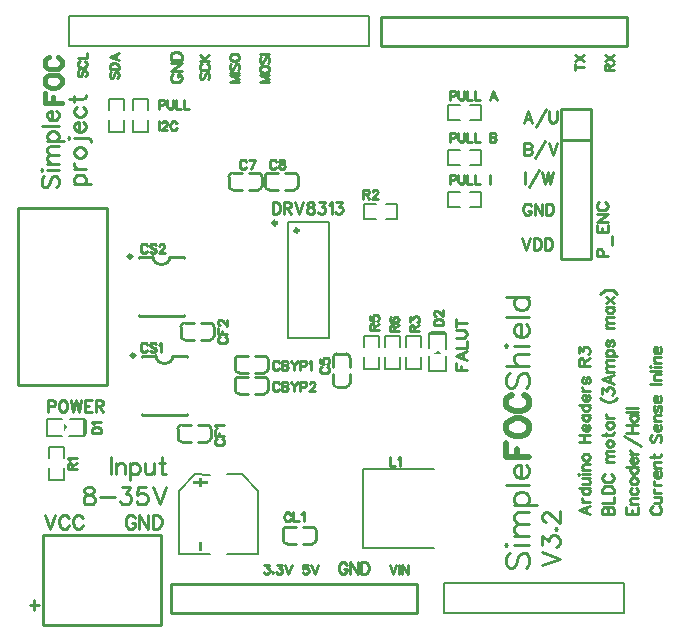
<source format=gto>
G04 Layer: TopSilkscreenLayer*
G04 EasyEDA v6.5.42, 2024-06-23 11:48:01*
G04 8461acd9e52441dfa5b1607b254f294a,2865ae9118a24060a17af6d01c9bcc73,10*
G04 Gerber Generator version 0.2*
G04 Scale: 100 percent, Rotated: No, Reflected: No *
G04 Dimensions in millimeters *
G04 leading zeros omitted , absolute positions ,4 integer and 5 decimal *
%FSLAX45Y45*%
%MOMM*%

%ADD10C,0.2540*%
%ADD11C,0.4000*%
%ADD12C,0.5000*%
%ADD13C,0.2450*%
%ADD14C,0.1524*%
%ADD15C,0.2032*%
%ADD16C,0.2030*%
%ADD17C,0.1500*%
%ADD18C,0.3000*%
%ADD19C,0.0142*%

%LPD*%
D10*
X-2832199Y1142202D02*
G01*
X-2839565Y1134836D01*
X-2843121Y1123914D01*
X-2843121Y1109436D01*
X-2839565Y1098514D01*
X-2832199Y1091148D01*
X-2824833Y1091148D01*
X-2817721Y1094958D01*
X-2813911Y1098514D01*
X-2810355Y1105880D01*
X-2802989Y1127470D01*
X-2799433Y1134836D01*
X-2795877Y1138392D01*
X-2788511Y1142202D01*
X-2777589Y1142202D01*
X-2770477Y1134836D01*
X-2766667Y1123914D01*
X-2766667Y1109436D01*
X-2770477Y1098514D01*
X-2777589Y1091148D01*
X-2824833Y1220688D02*
G01*
X-2832199Y1217132D01*
X-2839565Y1209766D01*
X-2843121Y1202400D01*
X-2843121Y1187922D01*
X-2839565Y1180556D01*
X-2832199Y1173444D01*
X-2824833Y1169888D01*
X-2813911Y1166078D01*
X-2795877Y1166078D01*
X-2784955Y1169888D01*
X-2777589Y1173444D01*
X-2770477Y1180556D01*
X-2766667Y1187922D01*
X-2766667Y1202400D01*
X-2770477Y1209766D01*
X-2777589Y1217132D01*
X-2784955Y1220688D01*
X-2843121Y1244564D02*
G01*
X-2766667Y1244564D01*
X-2766667Y1244564D02*
G01*
X-2766667Y1288252D01*
X1397624Y-2579712D02*
G01*
X1493128Y-2616288D01*
X1397624Y-2579712D02*
G01*
X1493128Y-2543390D01*
X1461378Y-2602572D02*
G01*
X1461378Y-2557106D01*
X1429628Y-2513418D02*
G01*
X1493128Y-2513418D01*
X1456806Y-2513418D02*
G01*
X1443090Y-2508846D01*
X1433946Y-2499956D01*
X1429628Y-2490812D01*
X1429628Y-2477096D01*
X1397624Y-2392514D02*
G01*
X1493128Y-2392514D01*
X1443090Y-2392514D02*
G01*
X1433946Y-2401658D01*
X1429628Y-2410802D01*
X1429628Y-2424264D01*
X1433946Y-2433408D01*
X1443090Y-2442552D01*
X1456806Y-2447124D01*
X1465950Y-2447124D01*
X1479412Y-2442552D01*
X1488556Y-2433408D01*
X1493128Y-2424264D01*
X1493128Y-2410802D01*
X1488556Y-2401658D01*
X1479412Y-2392514D01*
X1429628Y-2362542D02*
G01*
X1474840Y-2362542D01*
X1488556Y-2357970D01*
X1493128Y-2348826D01*
X1493128Y-2335364D01*
X1488556Y-2326220D01*
X1474840Y-2312504D01*
X1429628Y-2312504D02*
G01*
X1493128Y-2312504D01*
X1397624Y-2282532D02*
G01*
X1402196Y-2277960D01*
X1397624Y-2273388D01*
X1393052Y-2277960D01*
X1397624Y-2282532D01*
X1429628Y-2277960D02*
G01*
X1493128Y-2277960D01*
X1429628Y-2243416D02*
G01*
X1493128Y-2243416D01*
X1447662Y-2243416D02*
G01*
X1433946Y-2229954D01*
X1429628Y-2220810D01*
X1429628Y-2207094D01*
X1433946Y-2197950D01*
X1447662Y-2193378D01*
X1493128Y-2193378D01*
X1429628Y-2140800D02*
G01*
X1433946Y-2149944D01*
X1443090Y-2158834D01*
X1456806Y-2163406D01*
X1465950Y-2163406D01*
X1479412Y-2158834D01*
X1488556Y-2149944D01*
X1493128Y-2140800D01*
X1493128Y-2127084D01*
X1488556Y-2117940D01*
X1479412Y-2109050D01*
X1465950Y-2104478D01*
X1456806Y-2104478D01*
X1443090Y-2109050D01*
X1433946Y-2117940D01*
X1429628Y-2127084D01*
X1429628Y-2140800D01*
X1397624Y-2004402D02*
G01*
X1493128Y-2004402D01*
X1397624Y-1940648D02*
G01*
X1493128Y-1940648D01*
X1443090Y-2004402D02*
G01*
X1443090Y-1940648D01*
X1456806Y-1910676D02*
G01*
X1456806Y-1856320D01*
X1447662Y-1856320D01*
X1438518Y-1860638D01*
X1433946Y-1865210D01*
X1429628Y-1874354D01*
X1429628Y-1888070D01*
X1433946Y-1897214D01*
X1443090Y-1906104D01*
X1456806Y-1910676D01*
X1465950Y-1910676D01*
X1479412Y-1906104D01*
X1488556Y-1897214D01*
X1493128Y-1888070D01*
X1493128Y-1874354D01*
X1488556Y-1865210D01*
X1479412Y-1856320D01*
X1429628Y-1771738D02*
G01*
X1493128Y-1771738D01*
X1443090Y-1771738D02*
G01*
X1433946Y-1780628D01*
X1429628Y-1789772D01*
X1429628Y-1803488D01*
X1433946Y-1812632D01*
X1443090Y-1821776D01*
X1456806Y-1826094D01*
X1465950Y-1826094D01*
X1479412Y-1821776D01*
X1488556Y-1812632D01*
X1493128Y-1803488D01*
X1493128Y-1789772D01*
X1488556Y-1780628D01*
X1479412Y-1771738D01*
X1397624Y-1687156D02*
G01*
X1493128Y-1687156D01*
X1443090Y-1687156D02*
G01*
X1433946Y-1696300D01*
X1429628Y-1705190D01*
X1429628Y-1718906D01*
X1433946Y-1728050D01*
X1443090Y-1737194D01*
X1456806Y-1741766D01*
X1465950Y-1741766D01*
X1479412Y-1737194D01*
X1488556Y-1728050D01*
X1493128Y-1718906D01*
X1493128Y-1705190D01*
X1488556Y-1696300D01*
X1479412Y-1687156D01*
X1456806Y-1657184D02*
G01*
X1456806Y-1602574D01*
X1447662Y-1602574D01*
X1438518Y-1607146D01*
X1433946Y-1611718D01*
X1429628Y-1620862D01*
X1429628Y-1634324D01*
X1433946Y-1643468D01*
X1443090Y-1652612D01*
X1456806Y-1657184D01*
X1465950Y-1657184D01*
X1479412Y-1652612D01*
X1488556Y-1643468D01*
X1493128Y-1634324D01*
X1493128Y-1620862D01*
X1488556Y-1611718D01*
X1479412Y-1602574D01*
X1429628Y-1572602D02*
G01*
X1493128Y-1572602D01*
X1456806Y-1572602D02*
G01*
X1443090Y-1568030D01*
X1433946Y-1558886D01*
X1429628Y-1549742D01*
X1429628Y-1536280D01*
X1443090Y-1456270D02*
G01*
X1433946Y-1460842D01*
X1429628Y-1474304D01*
X1429628Y-1488020D01*
X1433946Y-1501736D01*
X1443090Y-1506308D01*
X1452234Y-1501736D01*
X1456806Y-1492592D01*
X1461378Y-1469732D01*
X1465950Y-1460842D01*
X1474840Y-1456270D01*
X1479412Y-1456270D01*
X1488556Y-1460842D01*
X1493128Y-1474304D01*
X1493128Y-1488020D01*
X1488556Y-1501736D01*
X1479412Y-1506308D01*
X1397624Y-1356194D02*
G01*
X1493128Y-1356194D01*
X1397624Y-1356194D02*
G01*
X1397624Y-1315300D01*
X1402196Y-1301584D01*
X1406768Y-1297012D01*
X1415912Y-1292440D01*
X1425056Y-1292440D01*
X1433946Y-1297012D01*
X1438518Y-1301584D01*
X1443090Y-1315300D01*
X1443090Y-1356194D01*
X1443090Y-1324444D02*
G01*
X1493128Y-1292440D01*
X1397624Y-1253578D02*
G01*
X1397624Y-1203540D01*
X1433946Y-1230718D01*
X1433946Y-1217002D01*
X1438518Y-1208112D01*
X1443090Y-1203540D01*
X1456806Y-1198968D01*
X1465950Y-1198968D01*
X1479412Y-1203540D01*
X1488556Y-1212684D01*
X1493128Y-1226146D01*
X1493128Y-1239862D01*
X1488556Y-1253578D01*
X1483984Y-1257896D01*
X1474840Y-1262468D01*
X1599300Y-2616288D02*
G01*
X1694804Y-2616288D01*
X1599300Y-2616288D02*
G01*
X1599300Y-2575394D01*
X1603872Y-2561678D01*
X1608444Y-2557106D01*
X1617588Y-2552534D01*
X1626478Y-2552534D01*
X1635622Y-2557106D01*
X1640194Y-2561678D01*
X1644766Y-2575394D01*
X1644766Y-2616288D02*
G01*
X1644766Y-2575394D01*
X1649338Y-2561678D01*
X1653910Y-2557106D01*
X1662800Y-2552534D01*
X1676516Y-2552534D01*
X1685660Y-2557106D01*
X1690232Y-2561678D01*
X1694804Y-2575394D01*
X1694804Y-2616288D01*
X1599300Y-2522562D02*
G01*
X1694804Y-2522562D01*
X1694804Y-2522562D02*
G01*
X1694804Y-2467952D01*
X1599300Y-2437980D02*
G01*
X1694804Y-2437980D01*
X1599300Y-2437980D02*
G01*
X1599300Y-2406230D01*
X1603872Y-2392514D01*
X1613016Y-2383370D01*
X1621906Y-2379052D01*
X1635622Y-2374480D01*
X1658482Y-2374480D01*
X1671944Y-2379052D01*
X1681088Y-2383370D01*
X1690232Y-2392514D01*
X1694804Y-2406230D01*
X1694804Y-2437980D01*
X1621906Y-2276182D02*
G01*
X1613016Y-2280754D01*
X1603872Y-2289898D01*
X1599300Y-2299042D01*
X1599300Y-2317076D01*
X1603872Y-2326220D01*
X1613016Y-2335364D01*
X1621906Y-2339936D01*
X1635622Y-2344254D01*
X1658482Y-2344254D01*
X1671944Y-2339936D01*
X1681088Y-2335364D01*
X1690232Y-2326220D01*
X1694804Y-2317076D01*
X1694804Y-2299042D01*
X1690232Y-2289898D01*
X1681088Y-2280754D01*
X1671944Y-2276182D01*
X1631050Y-2176106D02*
G01*
X1694804Y-2176106D01*
X1649338Y-2176106D02*
G01*
X1635622Y-2162644D01*
X1631050Y-2153500D01*
X1631050Y-2139784D01*
X1635622Y-2130640D01*
X1649338Y-2126322D01*
X1694804Y-2126322D01*
X1649338Y-2126322D02*
G01*
X1635622Y-2112606D01*
X1631050Y-2103462D01*
X1631050Y-2089746D01*
X1635622Y-2080856D01*
X1649338Y-2076284D01*
X1694804Y-2076284D01*
X1631050Y-2023452D02*
G01*
X1635622Y-2032596D01*
X1644766Y-2041740D01*
X1658482Y-2046312D01*
X1667372Y-2046312D01*
X1681088Y-2041740D01*
X1690232Y-2032596D01*
X1694804Y-2023452D01*
X1694804Y-2009736D01*
X1690232Y-2000846D01*
X1681088Y-1991702D01*
X1667372Y-1987130D01*
X1658482Y-1987130D01*
X1644766Y-1991702D01*
X1635622Y-2000846D01*
X1631050Y-2009736D01*
X1631050Y-2023452D01*
X1599300Y-1943442D02*
G01*
X1676516Y-1943442D01*
X1690232Y-1938870D01*
X1694804Y-1929726D01*
X1694804Y-1920836D01*
X1631050Y-1957158D02*
G01*
X1631050Y-1925408D01*
X1631050Y-1868004D02*
G01*
X1635622Y-1877148D01*
X1644766Y-1886292D01*
X1658482Y-1890864D01*
X1667372Y-1890864D01*
X1681088Y-1886292D01*
X1690232Y-1877148D01*
X1694804Y-1868004D01*
X1694804Y-1854288D01*
X1690232Y-1845398D01*
X1681088Y-1836254D01*
X1667372Y-1831682D01*
X1658482Y-1831682D01*
X1644766Y-1836254D01*
X1635622Y-1845398D01*
X1631050Y-1854288D01*
X1631050Y-1868004D01*
X1631050Y-1801710D02*
G01*
X1694804Y-1801710D01*
X1658482Y-1801710D02*
G01*
X1644766Y-1797138D01*
X1635622Y-1787994D01*
X1631050Y-1778850D01*
X1631050Y-1765388D01*
X1581012Y-1633562D02*
G01*
X1590156Y-1642452D01*
X1603872Y-1651596D01*
X1621906Y-1660740D01*
X1644766Y-1665312D01*
X1662800Y-1665312D01*
X1685660Y-1660740D01*
X1703948Y-1651596D01*
X1717410Y-1642452D01*
X1726554Y-1633562D01*
X1599300Y-1594446D02*
G01*
X1599300Y-1544408D01*
X1635622Y-1571586D01*
X1635622Y-1558124D01*
X1640194Y-1548980D01*
X1644766Y-1544408D01*
X1658482Y-1539836D01*
X1667372Y-1539836D01*
X1681088Y-1544408D01*
X1690232Y-1553552D01*
X1694804Y-1567014D01*
X1694804Y-1580730D01*
X1690232Y-1594446D01*
X1685660Y-1599018D01*
X1676516Y-1603590D01*
X1599300Y-1473542D02*
G01*
X1694804Y-1509864D01*
X1599300Y-1473542D02*
G01*
X1694804Y-1437220D01*
X1662800Y-1496148D02*
G01*
X1662800Y-1450682D01*
X1631050Y-1406994D02*
G01*
X1694804Y-1406994D01*
X1649338Y-1406994D02*
G01*
X1635622Y-1393532D01*
X1631050Y-1384388D01*
X1631050Y-1370672D01*
X1635622Y-1361528D01*
X1649338Y-1357210D01*
X1694804Y-1357210D01*
X1649338Y-1357210D02*
G01*
X1635622Y-1343494D01*
X1631050Y-1334350D01*
X1631050Y-1320634D01*
X1635622Y-1311744D01*
X1649338Y-1307172D01*
X1694804Y-1307172D01*
X1631050Y-1277200D02*
G01*
X1726554Y-1277200D01*
X1644766Y-1277200D02*
G01*
X1635622Y-1268056D01*
X1631050Y-1258912D01*
X1631050Y-1245196D01*
X1635622Y-1236306D01*
X1644766Y-1227162D01*
X1658482Y-1222590D01*
X1667372Y-1222590D01*
X1681088Y-1227162D01*
X1690232Y-1236306D01*
X1694804Y-1245196D01*
X1694804Y-1258912D01*
X1690232Y-1268056D01*
X1681088Y-1277200D01*
X1644766Y-1142580D02*
G01*
X1635622Y-1147152D01*
X1631050Y-1160868D01*
X1631050Y-1174330D01*
X1635622Y-1188046D01*
X1644766Y-1192618D01*
X1653910Y-1188046D01*
X1658482Y-1178902D01*
X1662800Y-1156296D01*
X1667372Y-1147152D01*
X1676516Y-1142580D01*
X1681088Y-1142580D01*
X1690232Y-1147152D01*
X1694804Y-1160868D01*
X1694804Y-1174330D01*
X1690232Y-1188046D01*
X1681088Y-1192618D01*
X1631050Y-1042504D02*
G01*
X1694804Y-1042504D01*
X1649338Y-1042504D02*
G01*
X1635622Y-1029042D01*
X1631050Y-1019898D01*
X1631050Y-1006182D01*
X1635622Y-997038D01*
X1649338Y-992466D01*
X1694804Y-992466D01*
X1649338Y-992466D02*
G01*
X1635622Y-979004D01*
X1631050Y-969860D01*
X1631050Y-956144D01*
X1635622Y-947000D01*
X1649338Y-942682D01*
X1694804Y-942682D01*
X1631050Y-858100D02*
G01*
X1694804Y-858100D01*
X1644766Y-858100D02*
G01*
X1635622Y-866990D01*
X1631050Y-876134D01*
X1631050Y-889850D01*
X1635622Y-898994D01*
X1644766Y-908138D01*
X1658482Y-912456D01*
X1667372Y-912456D01*
X1681088Y-908138D01*
X1690232Y-898994D01*
X1694804Y-889850D01*
X1694804Y-876134D01*
X1690232Y-866990D01*
X1681088Y-858100D01*
X1631050Y-828128D02*
G01*
X1694804Y-778090D01*
X1631050Y-778090D02*
G01*
X1694804Y-828128D01*
X1581012Y-748118D02*
G01*
X1590156Y-738974D01*
X1603872Y-729830D01*
X1621906Y-720686D01*
X1644766Y-716114D01*
X1662800Y-716114D01*
X1685660Y-720686D01*
X1703948Y-729830D01*
X1717410Y-738974D01*
X1726554Y-748118D01*
X1800976Y-2616288D02*
G01*
X1896226Y-2616288D01*
X1800976Y-2616288D02*
G01*
X1800976Y-2557106D01*
X1846442Y-2616288D02*
G01*
X1846442Y-2579712D01*
X1896226Y-2616288D02*
G01*
X1896226Y-2557106D01*
X1832726Y-2527134D02*
G01*
X1896226Y-2527134D01*
X1851014Y-2527134D02*
G01*
X1837298Y-2513418D01*
X1832726Y-2504274D01*
X1832726Y-2490812D01*
X1837298Y-2481668D01*
X1851014Y-2477096D01*
X1896226Y-2477096D01*
X1846442Y-2392514D02*
G01*
X1837298Y-2401658D01*
X1832726Y-2410802D01*
X1832726Y-2424264D01*
X1837298Y-2433408D01*
X1846442Y-2442552D01*
X1859904Y-2447124D01*
X1869048Y-2447124D01*
X1882764Y-2442552D01*
X1891908Y-2433408D01*
X1896226Y-2424264D01*
X1896226Y-2410802D01*
X1891908Y-2401658D01*
X1882764Y-2392514D01*
X1832726Y-2339936D02*
G01*
X1837298Y-2348826D01*
X1846442Y-2357970D01*
X1859904Y-2362542D01*
X1869048Y-2362542D01*
X1882764Y-2357970D01*
X1891908Y-2348826D01*
X1896226Y-2339936D01*
X1896226Y-2326220D01*
X1891908Y-2317076D01*
X1882764Y-2307932D01*
X1869048Y-2303360D01*
X1859904Y-2303360D01*
X1846442Y-2307932D01*
X1837298Y-2317076D01*
X1832726Y-2326220D01*
X1832726Y-2339936D01*
X1800976Y-2219032D02*
G01*
X1896226Y-2219032D01*
X1846442Y-2219032D02*
G01*
X1837298Y-2227922D01*
X1832726Y-2237066D01*
X1832726Y-2250782D01*
X1837298Y-2259926D01*
X1846442Y-2268816D01*
X1859904Y-2273388D01*
X1869048Y-2273388D01*
X1882764Y-2268816D01*
X1891908Y-2259926D01*
X1896226Y-2250782D01*
X1896226Y-2237066D01*
X1891908Y-2227922D01*
X1882764Y-2219032D01*
X1859904Y-2188806D02*
G01*
X1859904Y-2134450D01*
X1851014Y-2134450D01*
X1841870Y-2139022D01*
X1837298Y-2143594D01*
X1832726Y-2152484D01*
X1832726Y-2166200D01*
X1837298Y-2175344D01*
X1846442Y-2184488D01*
X1859904Y-2188806D01*
X1869048Y-2188806D01*
X1882764Y-2184488D01*
X1891908Y-2175344D01*
X1896226Y-2166200D01*
X1896226Y-2152484D01*
X1891908Y-2143594D01*
X1882764Y-2134450D01*
X1832726Y-2104478D02*
G01*
X1896226Y-2104478D01*
X1859904Y-2104478D02*
G01*
X1846442Y-2099906D01*
X1837298Y-2090762D01*
X1832726Y-2081618D01*
X1832726Y-2067902D01*
X1782688Y-1956142D02*
G01*
X1928230Y-2037930D01*
X1800976Y-1926170D02*
G01*
X1896226Y-1926170D01*
X1800976Y-1862670D02*
G01*
X1896226Y-1862670D01*
X1846442Y-1926170D02*
G01*
X1846442Y-1862670D01*
X1832726Y-1778088D02*
G01*
X1896226Y-1778088D01*
X1846442Y-1778088D02*
G01*
X1837298Y-1787232D01*
X1832726Y-1796122D01*
X1832726Y-1809838D01*
X1837298Y-1818982D01*
X1846442Y-1828126D01*
X1859904Y-1832444D01*
X1869048Y-1832444D01*
X1882764Y-1828126D01*
X1891908Y-1818982D01*
X1896226Y-1809838D01*
X1896226Y-1796122D01*
X1891908Y-1787232D01*
X1882764Y-1778088D01*
X1800976Y-1748116D02*
G01*
X1896226Y-1748116D01*
X1800976Y-1717890D02*
G01*
X1896226Y-1717890D01*
X2025258Y-2547962D02*
G01*
X2016114Y-2552534D01*
X2006970Y-2561678D01*
X2002398Y-2570822D01*
X2002398Y-2588856D01*
X2006970Y-2598000D01*
X2016114Y-2607144D01*
X2025258Y-2611716D01*
X2038974Y-2616288D01*
X2061580Y-2616288D01*
X2075296Y-2611716D01*
X2084186Y-2607144D01*
X2093330Y-2598000D01*
X2097902Y-2588856D01*
X2097902Y-2570822D01*
X2093330Y-2561678D01*
X2084186Y-2552534D01*
X2075296Y-2547962D01*
X2034402Y-2517990D02*
G01*
X2079868Y-2517990D01*
X2093330Y-2513418D01*
X2097902Y-2504274D01*
X2097902Y-2490812D01*
X2093330Y-2481668D01*
X2079868Y-2467952D01*
X2034402Y-2467952D02*
G01*
X2097902Y-2467952D01*
X2034402Y-2437980D02*
G01*
X2097902Y-2437980D01*
X2061580Y-2437980D02*
G01*
X2047864Y-2433408D01*
X2038974Y-2424264D01*
X2034402Y-2415374D01*
X2034402Y-2401658D01*
X2034402Y-2371686D02*
G01*
X2097902Y-2371686D01*
X2061580Y-2371686D02*
G01*
X2047864Y-2367114D01*
X2038974Y-2357970D01*
X2034402Y-2348826D01*
X2034402Y-2335364D01*
X2061580Y-2305392D02*
G01*
X2061580Y-2250782D01*
X2052436Y-2250782D01*
X2043292Y-2255354D01*
X2038974Y-2259926D01*
X2034402Y-2268816D01*
X2034402Y-2282532D01*
X2038974Y-2291676D01*
X2047864Y-2300820D01*
X2061580Y-2305392D01*
X2070724Y-2305392D01*
X2084186Y-2300820D01*
X2093330Y-2291676D01*
X2097902Y-2282532D01*
X2097902Y-2268816D01*
X2093330Y-2259926D01*
X2084186Y-2250782D01*
X2034402Y-2220810D02*
G01*
X2097902Y-2220810D01*
X2052436Y-2220810D02*
G01*
X2038974Y-2207094D01*
X2034402Y-2197950D01*
X2034402Y-2184488D01*
X2038974Y-2175344D01*
X2052436Y-2170772D01*
X2097902Y-2170772D01*
X2002398Y-2127084D02*
G01*
X2079868Y-2127084D01*
X2093330Y-2122512D01*
X2097902Y-2113368D01*
X2097902Y-2104478D01*
X2034402Y-2140800D02*
G01*
X2034402Y-2109050D01*
X2016114Y-1940648D02*
G01*
X2006970Y-1949792D01*
X2002398Y-1963508D01*
X2002398Y-1981542D01*
X2006970Y-1995258D01*
X2016114Y-2004402D01*
X2025258Y-2004402D01*
X2034402Y-1999830D01*
X2038974Y-1995258D01*
X2043292Y-1986114D01*
X2052436Y-1958936D01*
X2057008Y-1949792D01*
X2061580Y-1945220D01*
X2070724Y-1940648D01*
X2084186Y-1940648D01*
X2093330Y-1949792D01*
X2097902Y-1963508D01*
X2097902Y-1981542D01*
X2093330Y-1995258D01*
X2084186Y-2004402D01*
X2061580Y-1910676D02*
G01*
X2061580Y-1856320D01*
X2052436Y-1856320D01*
X2043292Y-1860638D01*
X2038974Y-1865210D01*
X2034402Y-1874354D01*
X2034402Y-1888070D01*
X2038974Y-1897214D01*
X2047864Y-1906104D01*
X2061580Y-1910676D01*
X2070724Y-1910676D01*
X2084186Y-1906104D01*
X2093330Y-1897214D01*
X2097902Y-1888070D01*
X2097902Y-1874354D01*
X2093330Y-1865210D01*
X2084186Y-1856320D01*
X2034402Y-1826094D02*
G01*
X2097902Y-1826094D01*
X2052436Y-1826094D02*
G01*
X2038974Y-1812632D01*
X2034402Y-1803488D01*
X2034402Y-1789772D01*
X2038974Y-1780628D01*
X2052436Y-1776310D01*
X2097902Y-1776310D01*
X2047864Y-1696300D02*
G01*
X2038974Y-1700618D01*
X2034402Y-1714334D01*
X2034402Y-1728050D01*
X2038974Y-1741766D01*
X2047864Y-1746084D01*
X2057008Y-1741766D01*
X2061580Y-1732622D01*
X2066152Y-1709762D01*
X2070724Y-1700618D01*
X2079868Y-1696300D01*
X2084186Y-1696300D01*
X2093330Y-1700618D01*
X2097902Y-1714334D01*
X2097902Y-1728050D01*
X2093330Y-1741766D01*
X2084186Y-1746084D01*
X2061580Y-1666074D02*
G01*
X2061580Y-1611718D01*
X2052436Y-1611718D01*
X2043292Y-1616290D01*
X2038974Y-1620862D01*
X2034402Y-1629752D01*
X2034402Y-1643468D01*
X2038974Y-1652612D01*
X2047864Y-1661756D01*
X2061580Y-1666074D01*
X2070724Y-1666074D01*
X2084186Y-1661756D01*
X2093330Y-1652612D01*
X2097902Y-1643468D01*
X2097902Y-1629752D01*
X2093330Y-1620862D01*
X2084186Y-1611718D01*
X2002398Y-1511642D02*
G01*
X2097902Y-1511642D01*
X2034402Y-1481670D02*
G01*
X2097902Y-1481670D01*
X2052436Y-1481670D02*
G01*
X2038974Y-1467954D01*
X2034402Y-1458810D01*
X2034402Y-1445348D01*
X2038974Y-1436204D01*
X2052436Y-1431632D01*
X2097902Y-1431632D01*
X2002398Y-1401660D02*
G01*
X2097902Y-1401660D01*
X2002398Y-1371688D02*
G01*
X2006970Y-1367116D01*
X2002398Y-1362544D01*
X1997826Y-1367116D01*
X2002398Y-1371688D01*
X2034402Y-1367116D02*
G01*
X2097902Y-1367116D01*
X2034402Y-1332572D02*
G01*
X2097902Y-1332572D01*
X2052436Y-1332572D02*
G01*
X2038974Y-1318856D01*
X2034402Y-1309712D01*
X2034402Y-1296250D01*
X2038974Y-1287106D01*
X2052436Y-1282534D01*
X2097902Y-1282534D01*
X2061580Y-1252562D02*
G01*
X2061580Y-1197952D01*
X2052436Y-1197952D01*
X2043292Y-1202524D01*
X2038974Y-1207096D01*
X2034402Y-1216240D01*
X2034402Y-1229956D01*
X2038974Y-1238846D01*
X2047864Y-1247990D01*
X2061580Y-1252562D01*
X2070724Y-1252562D01*
X2084186Y-1247990D01*
X2093330Y-1238846D01*
X2097902Y-1229956D01*
X2097902Y-1216240D01*
X2093330Y-1207096D01*
X2084186Y-1197952D01*
X1090815Y-3048091D02*
G01*
X1236357Y-2992465D01*
X1090815Y-2937093D02*
G01*
X1236357Y-2992465D01*
X1090815Y-2877657D02*
G01*
X1090815Y-2801457D01*
X1146187Y-2842859D01*
X1146187Y-2822285D01*
X1153299Y-2808315D01*
X1160157Y-2801457D01*
X1180985Y-2794345D01*
X1194701Y-2794345D01*
X1215529Y-2801457D01*
X1229499Y-2815173D01*
X1236357Y-2836001D01*
X1236357Y-2856829D01*
X1229499Y-2877657D01*
X1222387Y-2884515D01*
X1208671Y-2891373D01*
X1201559Y-2741767D02*
G01*
X1208671Y-2748625D01*
X1215529Y-2741767D01*
X1208671Y-2734909D01*
X1201559Y-2741767D01*
X1125359Y-2682331D02*
G01*
X1118501Y-2682331D01*
X1104785Y-2675219D01*
X1097673Y-2668361D01*
X1090815Y-2654645D01*
X1090815Y-2626705D01*
X1097673Y-2612989D01*
X1104785Y-2606131D01*
X1118501Y-2599019D01*
X1132471Y-2599019D01*
X1146187Y-2606131D01*
X1167015Y-2619847D01*
X1236357Y-2689189D01*
X1236357Y-2592161D01*
X-2159000Y893450D02*
G01*
X-2159000Y817250D01*
X-2159000Y893450D02*
G01*
X-2126234Y893450D01*
X-2115312Y889894D01*
X-2111756Y886338D01*
X-2108200Y878972D01*
X-2108200Y868050D01*
X-2111756Y860684D01*
X-2115312Y857128D01*
X-2126234Y853572D01*
X-2159000Y853572D01*
X-2084070Y893450D02*
G01*
X-2084070Y838840D01*
X-2080514Y828172D01*
X-2073148Y820806D01*
X-2062225Y817250D01*
X-2055114Y817250D01*
X-2044192Y820806D01*
X-2036825Y828172D01*
X-2033270Y838840D01*
X-2033270Y893450D01*
X-2009140Y893450D02*
G01*
X-2009140Y817250D01*
X-2009140Y817250D02*
G01*
X-1965452Y817250D01*
X-1941575Y893450D02*
G01*
X-1941575Y817250D01*
X-1941575Y817250D02*
G01*
X-1897888Y817250D01*
X-2159000Y711840D02*
G01*
X-2159000Y635640D01*
X-2131314Y693806D02*
G01*
X-2131314Y697362D01*
X-2127757Y704728D01*
X-2124202Y708284D01*
X-2116836Y711840D01*
X-2102357Y711840D01*
X-2094992Y708284D01*
X-2091436Y704728D01*
X-2087625Y697362D01*
X-2087625Y689996D01*
X-2091436Y682884D01*
X-2098548Y671962D01*
X-2135124Y635640D01*
X-2084070Y635640D01*
X-2005584Y693806D02*
G01*
X-2009140Y700918D01*
X-2016505Y708284D01*
X-2023872Y711840D01*
X-2038350Y711840D01*
X-2045462Y708284D01*
X-2052828Y700918D01*
X-2056384Y693806D01*
X-2060194Y682884D01*
X-2060194Y664596D01*
X-2056384Y653674D01*
X-2052828Y646562D01*
X-2045462Y639196D01*
X-2038350Y635640D01*
X-2023872Y635640D01*
X-2016505Y639196D01*
X-2009140Y646562D01*
X-2005584Y653674D01*
X-3124301Y-2622169D02*
G01*
X-3080613Y-2736723D01*
X-3036925Y-2622169D02*
G01*
X-3080613Y-2736723D01*
X-2919069Y-2649347D02*
G01*
X-2924657Y-2638425D01*
X-2935579Y-2627503D01*
X-2946501Y-2622169D01*
X-2968091Y-2622169D01*
X-2979013Y-2627503D01*
X-2989935Y-2638425D01*
X-2995523Y-2649347D01*
X-3000857Y-2665857D01*
X-3000857Y-2693035D01*
X-2995523Y-2709291D01*
X-2989935Y-2720213D01*
X-2979013Y-2731135D01*
X-2968091Y-2736723D01*
X-2946501Y-2736723D01*
X-2935579Y-2731135D01*
X-2924657Y-2720213D01*
X-2919069Y-2709291D01*
X-2801213Y-2649347D02*
G01*
X-2806801Y-2638425D01*
X-2817723Y-2627503D01*
X-2828645Y-2622169D01*
X-2850489Y-2622169D01*
X-2861411Y-2627503D01*
X-2872079Y-2638425D01*
X-2877667Y-2649347D01*
X-2883001Y-2665857D01*
X-2883001Y-2693035D01*
X-2877667Y-2709291D01*
X-2872079Y-2720213D01*
X-2861411Y-2731135D01*
X-2850489Y-2736723D01*
X-2828645Y-2736723D01*
X-2817723Y-2731135D01*
X-2806801Y-2720213D01*
X-2801213Y-2709291D01*
D11*
X-3123067Y863511D02*
G01*
X-2980065Y863511D01*
X-3123067Y863511D02*
G01*
X-3123067Y952157D01*
X-3054995Y863511D02*
G01*
X-3054995Y918121D01*
X-3123067Y1038263D02*
G01*
X-3116463Y1024547D01*
X-3102747Y1010831D01*
X-3089031Y1003973D01*
X-3068711Y997115D01*
X-3034421Y997115D01*
X-3014101Y1003973D01*
X-3000385Y1010831D01*
X-2986923Y1024547D01*
X-2980065Y1038263D01*
X-2980065Y1065441D01*
X-2986923Y1079157D01*
X-3000385Y1092619D01*
X-3014101Y1099477D01*
X-3034421Y1106335D01*
X-3068711Y1106335D01*
X-3089031Y1099477D01*
X-3102747Y1092619D01*
X-3116463Y1079157D01*
X-3123067Y1065441D01*
X-3123067Y1038263D01*
X-3089031Y1253655D02*
G01*
X-3102747Y1246797D01*
X-3116463Y1233081D01*
X-3123067Y1219619D01*
X-3123067Y1192187D01*
X-3116463Y1178725D01*
X-3102747Y1165009D01*
X-3089031Y1158151D01*
X-3068711Y1151293D01*
X-3034421Y1151293D01*
X-3014101Y1158151D01*
X-3000385Y1165009D01*
X-2986923Y1178725D01*
X-2980065Y1192187D01*
X-2980065Y1219619D01*
X-2986923Y1233081D01*
X-3000385Y1246797D01*
X-3014101Y1253655D01*
D10*
X-2872115Y177711D02*
G01*
X-2729113Y177711D01*
X-2851795Y177711D02*
G01*
X-2865511Y191427D01*
X-2872115Y205143D01*
X-2872115Y225463D01*
X-2865511Y239179D01*
X-2851795Y252895D01*
X-2831221Y259499D01*
X-2817759Y259499D01*
X-2797185Y252895D01*
X-2783723Y239179D01*
X-2776865Y225463D01*
X-2776865Y205143D01*
X-2783723Y191427D01*
X-2797185Y177711D01*
X-2872115Y304711D02*
G01*
X-2776865Y304711D01*
X-2831221Y304711D02*
G01*
X-2851795Y311315D01*
X-2865511Y325031D01*
X-2872115Y338747D01*
X-2872115Y359067D01*
X-2872115Y438315D02*
G01*
X-2865511Y424599D01*
X-2851795Y410883D01*
X-2831221Y404279D01*
X-2817759Y404279D01*
X-2797185Y410883D01*
X-2783723Y424599D01*
X-2776865Y438315D01*
X-2776865Y458635D01*
X-2783723Y472351D01*
X-2797185Y486067D01*
X-2817759Y492925D01*
X-2831221Y492925D01*
X-2851795Y486067D01*
X-2865511Y472351D01*
X-2872115Y458635D01*
X-2872115Y438315D01*
X-2919867Y565061D02*
G01*
X-2913263Y571919D01*
X-2919867Y578777D01*
X-2926725Y571919D01*
X-2919867Y565061D01*
X-2872115Y571919D02*
G01*
X-2756291Y571919D01*
X-2735971Y565061D01*
X-2729113Y551345D01*
X-2729113Y537883D01*
X-2831221Y623735D02*
G01*
X-2831221Y705523D01*
X-2844937Y705523D01*
X-2858653Y698665D01*
X-2865511Y691807D01*
X-2872115Y678345D01*
X-2872115Y657771D01*
X-2865511Y644055D01*
X-2851795Y630593D01*
X-2831221Y623735D01*
X-2817759Y623735D01*
X-2797185Y630593D01*
X-2783723Y644055D01*
X-2776865Y657771D01*
X-2776865Y678345D01*
X-2783723Y691807D01*
X-2797185Y705523D01*
X-2851795Y832269D02*
G01*
X-2865511Y818807D01*
X-2872115Y805091D01*
X-2872115Y784517D01*
X-2865511Y771055D01*
X-2851795Y757339D01*
X-2831221Y750481D01*
X-2817759Y750481D01*
X-2797185Y757339D01*
X-2783723Y771055D01*
X-2776865Y784517D01*
X-2776865Y805091D01*
X-2783723Y818807D01*
X-2797185Y832269D01*
X-2919867Y897801D02*
G01*
X-2804043Y897801D01*
X-2783723Y904659D01*
X-2776865Y918375D01*
X-2776865Y931837D01*
X-2872115Y877227D02*
G01*
X-2872115Y924979D01*
X-3128147Y247815D02*
G01*
X-3141863Y234099D01*
X-3148467Y213779D01*
X-3148467Y186601D01*
X-3141863Y166027D01*
X-3128147Y152311D01*
X-3114431Y152311D01*
X-3100715Y159169D01*
X-3094111Y166027D01*
X-3087253Y179743D01*
X-3073537Y220637D01*
X-3066679Y234099D01*
X-3059821Y240957D01*
X-3046359Y247815D01*
X-3025785Y247815D01*
X-3012323Y234099D01*
X-3005465Y213779D01*
X-3005465Y186601D01*
X-3012323Y166027D01*
X-3025785Y152311D01*
X-3148467Y292773D02*
G01*
X-3141863Y299631D01*
X-3148467Y306489D01*
X-3155325Y299631D01*
X-3148467Y292773D01*
X-3100715Y299631D02*
G01*
X-3005465Y299631D01*
X-3100715Y351447D02*
G01*
X-3005465Y351447D01*
X-3073537Y351447D02*
G01*
X-3094111Y372021D01*
X-3100715Y385483D01*
X-3100715Y406057D01*
X-3094111Y419773D01*
X-3073537Y426377D01*
X-3005465Y426377D01*
X-3073537Y426377D02*
G01*
X-3094111Y446951D01*
X-3100715Y460667D01*
X-3100715Y480987D01*
X-3094111Y494703D01*
X-3073537Y501561D01*
X-3005465Y501561D01*
X-3100715Y546519D02*
G01*
X-2957713Y546519D01*
X-3080395Y546519D02*
G01*
X-3094111Y560235D01*
X-3100715Y573697D01*
X-3100715Y594271D01*
X-3094111Y607733D01*
X-3080395Y621449D01*
X-3059821Y628307D01*
X-3046359Y628307D01*
X-3025785Y621449D01*
X-3012323Y607733D01*
X-3005465Y594271D01*
X-3005465Y573697D01*
X-3012323Y560235D01*
X-3025785Y546519D01*
X-3148467Y673265D02*
G01*
X-3005465Y673265D01*
X-3059821Y718223D02*
G01*
X-3059821Y800011D01*
X-3073537Y800011D01*
X-3087253Y793407D01*
X-3094111Y786549D01*
X-3100715Y772833D01*
X-3100715Y752513D01*
X-3094111Y738797D01*
X-3080395Y725081D01*
X-3059821Y718223D01*
X-3046359Y718223D01*
X-3025785Y725081D01*
X-3012323Y738797D01*
X-3005465Y752513D01*
X-3005465Y772833D01*
X-3012323Y786549D01*
X-3025785Y800011D01*
X813371Y-1420098D02*
G01*
X794829Y-1438640D01*
X785431Y-1466326D01*
X785431Y-1503156D01*
X794829Y-1530842D01*
X813371Y-1549384D01*
X831659Y-1549384D01*
X850201Y-1540240D01*
X859345Y-1530842D01*
X868743Y-1512554D01*
X887031Y-1456928D01*
X896429Y-1438640D01*
X905573Y-1429242D01*
X924115Y-1420098D01*
X951801Y-1420098D01*
X970343Y-1438640D01*
X979487Y-1466326D01*
X979487Y-1503156D01*
X970343Y-1530842D01*
X951801Y-1549384D01*
X785431Y-1359138D02*
G01*
X979487Y-1359138D01*
X887031Y-1359138D02*
G01*
X859345Y-1331452D01*
X850201Y-1312910D01*
X850201Y-1285224D01*
X859345Y-1266682D01*
X887031Y-1257538D01*
X979487Y-1257538D01*
X785431Y-1196578D02*
G01*
X794829Y-1187434D01*
X785431Y-1178036D01*
X776287Y-1187434D01*
X785431Y-1196578D01*
X850201Y-1187434D02*
G01*
X979487Y-1187434D01*
X905573Y-1117076D02*
G01*
X905573Y-1006332D01*
X887031Y-1006332D01*
X868743Y-1015476D01*
X859345Y-1024874D01*
X850201Y-1043162D01*
X850201Y-1070848D01*
X859345Y-1089390D01*
X877887Y-1107932D01*
X905573Y-1117076D01*
X924115Y-1117076D01*
X951801Y-1107932D01*
X970343Y-1089390D01*
X979487Y-1070848D01*
X979487Y-1043162D01*
X970343Y-1024874D01*
X951801Y-1006332D01*
X785431Y-945372D02*
G01*
X979487Y-945372D01*
X785431Y-773668D02*
G01*
X979487Y-773668D01*
X877887Y-773668D02*
G01*
X859345Y-791956D01*
X850201Y-810498D01*
X850201Y-838184D01*
X859345Y-856726D01*
X877887Y-875268D01*
X905573Y-884412D01*
X924115Y-884412D01*
X951801Y-875268D01*
X970343Y-856726D01*
X979487Y-838184D01*
X979487Y-810498D01*
X970343Y-791956D01*
X951801Y-773668D01*
D12*
X785431Y-2133584D02*
G01*
X979487Y-2133584D01*
X785431Y-2133584D02*
G01*
X785431Y-2013442D01*
X877887Y-2133584D02*
G01*
X877887Y-2059670D01*
X785431Y-1897110D02*
G01*
X794829Y-1915652D01*
X813371Y-1934194D01*
X831659Y-1943338D01*
X859345Y-1952482D01*
X905573Y-1952482D01*
X933259Y-1943338D01*
X951801Y-1934194D01*
X970343Y-1915652D01*
X979487Y-1897110D01*
X979487Y-1860280D01*
X970343Y-1841738D01*
X951801Y-1823196D01*
X933259Y-1814052D01*
X905573Y-1804908D01*
X859345Y-1804908D01*
X831659Y-1814052D01*
X813371Y-1823196D01*
X794829Y-1841738D01*
X785431Y-1860280D01*
X785431Y-1897110D01*
X831659Y-1605264D02*
G01*
X813371Y-1614408D01*
X794829Y-1632950D01*
X785431Y-1651492D01*
X785431Y-1688322D01*
X794829Y-1706864D01*
X813371Y-1725406D01*
X831659Y-1734550D01*
X859345Y-1743948D01*
X905573Y-1743948D01*
X933259Y-1734550D01*
X951801Y-1725406D01*
X970343Y-1706864D01*
X979487Y-1688322D01*
X979487Y-1651492D01*
X970343Y-1632950D01*
X951801Y-1614408D01*
X933259Y-1605264D01*
D10*
X813295Y-2944098D02*
G01*
X794753Y-2962640D01*
X785609Y-2990326D01*
X785609Y-3027156D01*
X794753Y-3054842D01*
X813295Y-3073384D01*
X831837Y-3073384D01*
X850125Y-3064240D01*
X859523Y-3054842D01*
X868667Y-3036554D01*
X887209Y-2980928D01*
X896353Y-2962640D01*
X905497Y-2953242D01*
X924039Y-2944098D01*
X951725Y-2944098D01*
X970267Y-2962640D01*
X979411Y-2990326D01*
X979411Y-3027156D01*
X970267Y-3054842D01*
X951725Y-3073384D01*
X785609Y-2883138D02*
G01*
X794753Y-2873994D01*
X785609Y-2864596D01*
X776211Y-2873994D01*
X785609Y-2883138D01*
X850125Y-2873994D02*
G01*
X979411Y-2873994D01*
X850125Y-2803636D02*
G01*
X979411Y-2803636D01*
X887209Y-2803636D02*
G01*
X859523Y-2775950D01*
X850125Y-2757408D01*
X850125Y-2729722D01*
X859523Y-2711434D01*
X887209Y-2702036D01*
X979411Y-2702036D01*
X887209Y-2702036D02*
G01*
X859523Y-2674350D01*
X850125Y-2655808D01*
X850125Y-2628122D01*
X859523Y-2609834D01*
X887209Y-2600436D01*
X979411Y-2600436D01*
X850125Y-2539476D02*
G01*
X1044181Y-2539476D01*
X877811Y-2539476D02*
G01*
X859523Y-2521188D01*
X850125Y-2502646D01*
X850125Y-2474960D01*
X859523Y-2456418D01*
X877811Y-2437876D01*
X905497Y-2428732D01*
X924039Y-2428732D01*
X951725Y-2437876D01*
X970267Y-2456418D01*
X979411Y-2474960D01*
X979411Y-2502646D01*
X970267Y-2521188D01*
X951725Y-2539476D01*
X785609Y-2367772D02*
G01*
X979411Y-2367772D01*
X905497Y-2306812D02*
G01*
X905497Y-2196068D01*
X887209Y-2196068D01*
X868667Y-2205212D01*
X859523Y-2214356D01*
X850125Y-2232898D01*
X850125Y-2260584D01*
X859523Y-2279126D01*
X877811Y-2297668D01*
X905497Y-2306812D01*
X924039Y-2306812D01*
X951725Y-2297668D01*
X970267Y-2279126D01*
X979411Y-2260584D01*
X979411Y-2232898D01*
X970267Y-2214356D01*
X951725Y-2196068D01*
X-1299855Y1041326D02*
G01*
X-1223655Y1041326D01*
X-1299855Y1041326D02*
G01*
X-1223655Y1070536D01*
X-1299855Y1099492D02*
G01*
X-1223655Y1070536D01*
X-1299855Y1099492D02*
G01*
X-1223655Y1099492D01*
X-1299855Y1145466D02*
G01*
X-1296299Y1138100D01*
X-1288933Y1130734D01*
X-1281821Y1127178D01*
X-1270899Y1123622D01*
X-1252611Y1123622D01*
X-1241689Y1127178D01*
X-1234577Y1130734D01*
X-1227211Y1138100D01*
X-1223655Y1145466D01*
X-1223655Y1159944D01*
X-1227211Y1167310D01*
X-1234577Y1174422D01*
X-1241689Y1178232D01*
X-1252611Y1181788D01*
X-1270899Y1181788D01*
X-1281821Y1178232D01*
X-1288933Y1174422D01*
X-1296299Y1167310D01*
X-1299855Y1159944D01*
X-1299855Y1145466D01*
X-1288933Y1256718D02*
G01*
X-1296299Y1249352D01*
X-1299855Y1238430D01*
X-1299855Y1223952D01*
X-1296299Y1213030D01*
X-1288933Y1205664D01*
X-1281821Y1205664D01*
X-1274455Y1209474D01*
X-1270899Y1213030D01*
X-1267089Y1220396D01*
X-1259977Y1242240D01*
X-1256421Y1249352D01*
X-1252611Y1252908D01*
X-1245499Y1256718D01*
X-1234577Y1256718D01*
X-1227211Y1249352D01*
X-1223655Y1238430D01*
X-1223655Y1223952D01*
X-1227211Y1213030D01*
X-1234577Y1205664D01*
X-1299855Y1280594D02*
G01*
X-1223655Y1280594D01*
X-1553872Y1041496D02*
G01*
X-1477672Y1041496D01*
X-1553872Y1041496D02*
G01*
X-1477672Y1070452D01*
X-1553872Y1099662D02*
G01*
X-1477672Y1070452D01*
X-1553872Y1099662D02*
G01*
X-1477672Y1099662D01*
X-1553872Y1123538D02*
G01*
X-1477672Y1123538D01*
X-1542950Y1198468D02*
G01*
X-1550316Y1191102D01*
X-1553872Y1180434D01*
X-1553872Y1165702D01*
X-1550316Y1154780D01*
X-1542950Y1147668D01*
X-1535838Y1147668D01*
X-1528472Y1151224D01*
X-1524916Y1154780D01*
X-1521106Y1162146D01*
X-1513994Y1183990D01*
X-1510184Y1191102D01*
X-1506628Y1194912D01*
X-1499516Y1198468D01*
X-1488594Y1198468D01*
X-1481228Y1191102D01*
X-1477672Y1180434D01*
X-1477672Y1165702D01*
X-1481228Y1154780D01*
X-1488594Y1147668D01*
X-1553872Y1244442D02*
G01*
X-1550316Y1237076D01*
X-1542950Y1229710D01*
X-1535838Y1226154D01*
X-1524916Y1222598D01*
X-1506628Y1222598D01*
X-1495706Y1226154D01*
X-1488594Y1229710D01*
X-1481228Y1237076D01*
X-1477672Y1244442D01*
X-1477672Y1258920D01*
X-1481228Y1266032D01*
X-1488594Y1273398D01*
X-1495706Y1276954D01*
X-1506628Y1280764D01*
X-1524916Y1280764D01*
X-1535838Y1276954D01*
X-1542950Y1273398D01*
X-1550316Y1266032D01*
X-1553872Y1258920D01*
X-1553872Y1244442D01*
X-1796930Y1117605D02*
G01*
X-1804296Y1110493D01*
X-1807852Y1099571D01*
X-1807852Y1085093D01*
X-1804296Y1074171D01*
X-1796930Y1066805D01*
X-1789818Y1066805D01*
X-1782452Y1070361D01*
X-1778896Y1074171D01*
X-1775086Y1081283D01*
X-1767974Y1103127D01*
X-1764418Y1110493D01*
X-1760608Y1114049D01*
X-1753496Y1117605D01*
X-1742574Y1117605D01*
X-1735208Y1110493D01*
X-1731652Y1099571D01*
X-1731652Y1085093D01*
X-1735208Y1074171D01*
X-1742574Y1066805D01*
X-1789818Y1196345D02*
G01*
X-1796930Y1192535D01*
X-1804296Y1185423D01*
X-1807852Y1178057D01*
X-1807852Y1163579D01*
X-1804296Y1156213D01*
X-1796930Y1149101D01*
X-1789818Y1145291D01*
X-1778896Y1141735D01*
X-1760608Y1141735D01*
X-1749686Y1145291D01*
X-1742574Y1149101D01*
X-1735208Y1156213D01*
X-1731652Y1163579D01*
X-1731652Y1178057D01*
X-1735208Y1185423D01*
X-1742574Y1192535D01*
X-1749686Y1196345D01*
X-1807852Y1220221D02*
G01*
X-1731652Y1220221D01*
X-1807852Y1271275D02*
G01*
X-1757052Y1220221D01*
X-1775086Y1238509D02*
G01*
X-1731652Y1271275D01*
X-2562306Y1128963D02*
G01*
X-2569672Y1121597D01*
X-2573228Y1110675D01*
X-2573228Y1096197D01*
X-2569672Y1085275D01*
X-2562306Y1077909D01*
X-2555194Y1077909D01*
X-2547828Y1081719D01*
X-2544272Y1085275D01*
X-2540462Y1092641D01*
X-2533350Y1114485D01*
X-2529540Y1121597D01*
X-2525984Y1125407D01*
X-2518618Y1128963D01*
X-2507950Y1128963D01*
X-2500584Y1121597D01*
X-2497028Y1110675D01*
X-2497028Y1096197D01*
X-2500584Y1085275D01*
X-2507950Y1077909D01*
X-2573228Y1152839D02*
G01*
X-2497028Y1152839D01*
X-2573228Y1152839D02*
G01*
X-2573228Y1178493D01*
X-2569672Y1189415D01*
X-2562306Y1196527D01*
X-2555194Y1200083D01*
X-2544272Y1203893D01*
X-2525984Y1203893D01*
X-2515062Y1200083D01*
X-2507950Y1196527D01*
X-2500584Y1189415D01*
X-2497028Y1178493D01*
X-2497028Y1152839D01*
X-2573228Y1256979D02*
G01*
X-2497028Y1227769D01*
X-2573228Y1256979D02*
G01*
X-2497028Y1285935D01*
X-2522428Y1238691D02*
G01*
X-2522428Y1275013D01*
X1366977Y1168463D02*
G01*
X1443431Y1168463D01*
X1366977Y1143063D02*
G01*
X1366977Y1193863D01*
X1366977Y1217993D02*
G01*
X1443431Y1268793D01*
X1366977Y1268793D02*
G01*
X1443431Y1217993D01*
X1620989Y1143000D02*
G01*
X1697443Y1143000D01*
X1620989Y1143000D02*
G01*
X1620989Y1175765D01*
X1624799Y1186687D01*
X1628355Y1190243D01*
X1635721Y1193800D01*
X1642833Y1193800D01*
X1650199Y1190243D01*
X1653755Y1186687D01*
X1657565Y1175765D01*
X1657565Y1143000D01*
X1657565Y1168400D02*
G01*
X1697443Y1193800D01*
X1620989Y1217929D02*
G01*
X1697443Y1268729D01*
X1620989Y1268729D02*
G01*
X1697443Y1217929D01*
X304711Y614060D02*
G01*
X304711Y537860D01*
X304711Y614060D02*
G01*
X337477Y614060D01*
X348399Y610504D01*
X351955Y606948D01*
X355765Y599582D01*
X355765Y588660D01*
X351955Y581294D01*
X348399Y577738D01*
X337477Y574182D01*
X304711Y574182D01*
X379641Y614060D02*
G01*
X379641Y559450D01*
X383451Y548782D01*
X390563Y541416D01*
X401485Y537860D01*
X408851Y537860D01*
X419773Y541416D01*
X426885Y548782D01*
X430695Y559450D01*
X430695Y614060D01*
X454571Y614060D02*
G01*
X454571Y537860D01*
X454571Y537860D02*
G01*
X498259Y537860D01*
X522135Y614060D02*
G01*
X522135Y537860D01*
X522135Y537860D02*
G01*
X565823Y537860D01*
X645833Y614060D02*
G01*
X645833Y537860D01*
X645833Y614060D02*
G01*
X678599Y614060D01*
X689521Y610504D01*
X693077Y606948D01*
X696887Y599582D01*
X696887Y592216D01*
X693077Y585104D01*
X689521Y581294D01*
X678599Y577738D01*
X645833Y577738D02*
G01*
X678599Y577738D01*
X689521Y574182D01*
X693077Y570372D01*
X696887Y563260D01*
X696887Y552338D01*
X693077Y544972D01*
X689521Y541416D01*
X678599Y537860D01*
X645833Y537860D01*
X304863Y969685D02*
G01*
X304863Y893485D01*
X304863Y969685D02*
G01*
X337629Y969685D01*
X348297Y966129D01*
X352107Y962573D01*
X355663Y955207D01*
X355663Y944285D01*
X352107Y936919D01*
X348297Y933363D01*
X337629Y929807D01*
X304863Y929807D01*
X379793Y969685D02*
G01*
X379793Y915075D01*
X383349Y904153D01*
X390715Y897041D01*
X401637Y893485D01*
X408749Y893485D01*
X419671Y897041D01*
X427037Y904153D01*
X430593Y915075D01*
X430593Y969685D01*
X454723Y969685D02*
G01*
X454723Y893485D01*
X454723Y893485D02*
G01*
X498157Y893485D01*
X522287Y969685D02*
G01*
X522287Y893485D01*
X522287Y893485D02*
G01*
X565975Y893485D01*
X674941Y969685D02*
G01*
X645985Y893485D01*
X674941Y969685D02*
G01*
X704151Y893485D01*
X656907Y918885D02*
G01*
X693229Y918885D01*
X-2033904Y1109616D02*
G01*
X-2043049Y1105044D01*
X-2052193Y1095900D01*
X-2056765Y1086756D01*
X-2056765Y1068722D01*
X-2052193Y1059578D01*
X-2043049Y1050434D01*
X-2033904Y1045862D01*
X-2020443Y1041290D01*
X-1997582Y1041290D01*
X-1983867Y1045862D01*
X-1974977Y1050434D01*
X-1965832Y1059578D01*
X-1961261Y1068722D01*
X-1961261Y1086756D01*
X-1965832Y1095900D01*
X-1974977Y1105044D01*
X-1983867Y1109616D01*
X-1997582Y1109616D01*
X-1997582Y1086756D02*
G01*
X-1997582Y1109616D01*
X-2056765Y1139588D02*
G01*
X-1961261Y1139588D01*
X-2056765Y1139588D02*
G01*
X-1961261Y1203088D01*
X-2056765Y1203088D02*
G01*
X-1961261Y1203088D01*
X-2056765Y1233314D02*
G01*
X-1961261Y1233314D01*
X-2056765Y1233314D02*
G01*
X-2056765Y1265064D01*
X-2052193Y1278780D01*
X-2043049Y1287670D01*
X-2033904Y1292242D01*
X-2020443Y1296814D01*
X-1997582Y1296814D01*
X-1983867Y1292242D01*
X-1974977Y1287670D01*
X-1965832Y1278780D01*
X-1961261Y1265064D01*
X-1961261Y1233314D01*
X-896213Y-3043555D02*
G01*
X-932535Y-3043555D01*
X-936091Y-3076321D01*
X-932535Y-3072511D01*
X-921613Y-3068955D01*
X-910691Y-3068955D01*
X-899769Y-3072511D01*
X-892403Y-3079877D01*
X-888847Y-3090799D01*
X-888847Y-3097911D01*
X-892403Y-3108833D01*
X-899769Y-3116199D01*
X-910691Y-3119755D01*
X-921613Y-3119755D01*
X-932535Y-3116199D01*
X-936091Y-3112643D01*
X-939901Y-3105277D01*
X-864971Y-3043555D02*
G01*
X-835761Y-3119755D01*
X-806805Y-3043555D02*
G01*
X-835761Y-3119755D01*
X-566775Y-3046044D02*
G01*
X-571347Y-3036900D01*
X-580491Y-3027756D01*
X-589635Y-3023184D01*
X-607669Y-3023184D01*
X-616813Y-3027756D01*
X-625957Y-3036900D01*
X-630529Y-3046044D01*
X-635101Y-3059760D01*
X-635101Y-3082366D01*
X-630529Y-3096082D01*
X-625957Y-3105226D01*
X-616813Y-3114116D01*
X-607669Y-3118688D01*
X-589635Y-3118688D01*
X-580491Y-3114116D01*
X-571347Y-3105226D01*
X-566775Y-3096082D01*
X-566775Y-3082366D01*
X-589635Y-3082366D02*
G01*
X-566775Y-3082366D01*
X-536803Y-3023184D02*
G01*
X-536803Y-3118688D01*
X-536803Y-3023184D02*
G01*
X-473303Y-3118688D01*
X-473303Y-3023184D02*
G01*
X-473303Y-3118688D01*
X-443077Y-3023184D02*
G01*
X-443077Y-3118688D01*
X-443077Y-3023184D02*
G01*
X-411327Y-3023184D01*
X-397865Y-3027756D01*
X-388721Y-3036900D01*
X-384149Y-3046044D01*
X-379577Y-3059760D01*
X-379577Y-3082366D01*
X-384149Y-3096082D01*
X-388721Y-3105226D01*
X-397865Y-3114116D01*
X-411327Y-3118688D01*
X-443077Y-3118688D01*
X-203098Y-3043529D02*
G01*
X-174142Y-3119729D01*
X-144932Y-3043529D02*
G01*
X-174142Y-3119729D01*
X-121056Y-3043529D02*
G01*
X-121056Y-3119729D01*
X-96926Y-3043529D02*
G01*
X-96926Y-3119729D01*
X-96926Y-3043529D02*
G01*
X-46126Y-3119729D01*
X-46126Y-3043529D02*
G01*
X-46126Y-3119729D01*
X914311Y-280024D02*
G01*
X950887Y-375528D01*
X987209Y-280024D02*
G01*
X950887Y-375528D01*
X1017181Y-280024D02*
G01*
X1017181Y-375528D01*
X1017181Y-280024D02*
G01*
X1048931Y-280024D01*
X1062647Y-284596D01*
X1071791Y-293740D01*
X1076109Y-302884D01*
X1080681Y-316346D01*
X1080681Y-339206D01*
X1076109Y-352922D01*
X1071791Y-361812D01*
X1062647Y-370956D01*
X1048931Y-375528D01*
X1017181Y-375528D01*
X1110653Y-280024D02*
G01*
X1110653Y-375528D01*
X1110653Y-280024D02*
G01*
X1142657Y-280024D01*
X1156119Y-284596D01*
X1165263Y-293740D01*
X1169835Y-302884D01*
X1174407Y-316346D01*
X1174407Y-339206D01*
X1169835Y-352922D01*
X1165263Y-361812D01*
X1156119Y-370956D01*
X1142657Y-375528D01*
X1110653Y-375528D01*
X995845Y-8244D02*
G01*
X991273Y899D01*
X982129Y10043D01*
X972985Y14615D01*
X954951Y14615D01*
X945807Y10043D01*
X936663Y899D01*
X932091Y-8244D01*
X927519Y-21960D01*
X927519Y-44566D01*
X932091Y-58282D01*
X936663Y-67426D01*
X945807Y-76316D01*
X954951Y-80888D01*
X972985Y-80888D01*
X982129Y-76316D01*
X991273Y-67426D01*
X995845Y-58282D01*
X995845Y-44566D01*
X972985Y-44566D02*
G01*
X995845Y-44566D01*
X1025817Y14615D02*
G01*
X1025817Y-80888D01*
X1025817Y14615D02*
G01*
X1089317Y-80888D01*
X1089317Y14615D02*
G01*
X1089317Y-80888D01*
X1119543Y14615D02*
G01*
X1119543Y-80888D01*
X1119543Y14615D02*
G01*
X1151293Y14615D01*
X1164755Y10043D01*
X1173899Y899D01*
X1178471Y-8244D01*
X1183043Y-21960D01*
X1183043Y-44566D01*
X1178471Y-58282D01*
X1173899Y-67426D01*
X1164755Y-76316D01*
X1151293Y-80888D01*
X1119543Y-80888D01*
X937679Y524393D02*
G01*
X937679Y429143D01*
X937679Y524393D02*
G01*
X978573Y524393D01*
X992035Y520075D01*
X996607Y515503D01*
X1001179Y506359D01*
X1001179Y497215D01*
X996607Y488071D01*
X992035Y483499D01*
X978573Y479181D01*
X937679Y479181D02*
G01*
X978573Y479181D01*
X992035Y474609D01*
X996607Y470037D01*
X1001179Y460893D01*
X1001179Y447177D01*
X996607Y438033D01*
X992035Y433715D01*
X978573Y429143D01*
X937679Y429143D01*
X1112939Y542681D02*
G01*
X1031151Y397139D01*
X1143165Y524393D02*
G01*
X1179487Y429143D01*
X1215809Y524393D02*
G01*
X1179487Y429143D01*
X968921Y794395D02*
G01*
X932599Y699145D01*
X968921Y794395D02*
G01*
X1005243Y699145D01*
X946315Y730895D02*
G01*
X991781Y730895D01*
X1117257Y812683D02*
G01*
X1035215Y667141D01*
X1147229Y794395D02*
G01*
X1147229Y726323D01*
X1151801Y712607D01*
X1160691Y703717D01*
X1174407Y699145D01*
X1183551Y699145D01*
X1197267Y703717D01*
X1206157Y712607D01*
X1210729Y726323D01*
X1210729Y794395D01*
X947585Y279537D02*
G01*
X947585Y184033D01*
X1059345Y297571D02*
G01*
X977557Y152283D01*
X1089317Y279537D02*
G01*
X1112177Y184033D01*
X1134783Y279537D02*
G01*
X1112177Y184033D01*
X1134783Y279537D02*
G01*
X1157643Y184033D01*
X1180249Y279537D02*
G01*
X1157643Y184033D01*
X-2356472Y-2649357D02*
G01*
X-2362060Y-2638435D01*
X-2372982Y-2627513D01*
X-2383904Y-2622179D01*
X-2405748Y-2622179D01*
X-2416670Y-2627513D01*
X-2427592Y-2638435D01*
X-2432926Y-2649357D01*
X-2438514Y-2665867D01*
X-2438514Y-2693045D01*
X-2432926Y-2709301D01*
X-2427592Y-2720223D01*
X-2416670Y-2731145D01*
X-2405748Y-2736733D01*
X-2383904Y-2736733D01*
X-2372982Y-2731145D01*
X-2362060Y-2720223D01*
X-2356472Y-2709301D01*
X-2356472Y-2693045D01*
X-2383904Y-2693045D02*
G01*
X-2356472Y-2693045D01*
X-2320658Y-2622179D02*
G01*
X-2320658Y-2736733D01*
X-2320658Y-2622179D02*
G01*
X-2244204Y-2736733D01*
X-2244204Y-2622179D02*
G01*
X-2244204Y-2736733D01*
X-2208136Y-2622179D02*
G01*
X-2208136Y-2736733D01*
X-2208136Y-2622179D02*
G01*
X-2170036Y-2622179D01*
X-2153780Y-2627513D01*
X-2142858Y-2638435D01*
X-2137270Y-2649357D01*
X-2131936Y-2665867D01*
X-2131936Y-2693045D01*
X-2137270Y-2709301D01*
X-2142858Y-2720223D01*
X-2153780Y-2731145D01*
X-2170036Y-2736733D01*
X-2208136Y-2736733D01*
X-3210394Y-3341740D02*
G01*
X-3210394Y-3423528D01*
X-3251288Y-3382634D02*
G01*
X-3169500Y-3382634D01*
X-1262722Y-3043544D02*
G01*
X-1222844Y-3043544D01*
X-1244434Y-3072500D01*
X-1233512Y-3072500D01*
X-1226400Y-3076310D01*
X-1222844Y-3079866D01*
X-1219034Y-3090788D01*
X-1219034Y-3097900D01*
X-1222844Y-3108822D01*
X-1229956Y-3116188D01*
X-1240878Y-3119744D01*
X-1251800Y-3119744D01*
X-1262722Y-3116188D01*
X-1266278Y-3112632D01*
X-1270088Y-3105266D01*
X-1191348Y-3101710D02*
G01*
X-1195158Y-3105266D01*
X-1191348Y-3108822D01*
X-1187792Y-3105266D01*
X-1191348Y-3101710D01*
X-1156550Y-3043544D02*
G01*
X-1116418Y-3043544D01*
X-1138262Y-3072500D01*
X-1127340Y-3072500D01*
X-1120228Y-3076310D01*
X-1116418Y-3079866D01*
X-1112862Y-3090788D01*
X-1112862Y-3097900D01*
X-1116418Y-3108822D01*
X-1123784Y-3116188D01*
X-1134706Y-3119744D01*
X-1145628Y-3119744D01*
X-1156550Y-3116188D01*
X-1160106Y-3112632D01*
X-1163916Y-3105266D01*
X-1088986Y-3043544D02*
G01*
X-1059776Y-3119744D01*
X-1030820Y-3043544D02*
G01*
X-1059776Y-3119744D01*
X-3098888Y-1651624D02*
G01*
X-3098888Y-1747128D01*
X-3098888Y-1651624D02*
G01*
X-3057994Y-1651624D01*
X-3044278Y-1656196D01*
X-3039706Y-1660768D01*
X-3035134Y-1669912D01*
X-3035134Y-1683628D01*
X-3039706Y-1692518D01*
X-3044278Y-1697090D01*
X-3057994Y-1701662D01*
X-3098888Y-1701662D01*
X-2977984Y-1651624D02*
G01*
X-2986874Y-1656196D01*
X-2996018Y-1665340D01*
X-3000590Y-1674484D01*
X-3005162Y-1687946D01*
X-3005162Y-1710806D01*
X-3000590Y-1724522D01*
X-2996018Y-1733412D01*
X-2986874Y-1742556D01*
X-2977984Y-1747128D01*
X-2959696Y-1747128D01*
X-2950552Y-1742556D01*
X-2941408Y-1733412D01*
X-2937090Y-1724522D01*
X-2932518Y-1710806D01*
X-2932518Y-1687946D01*
X-2937090Y-1674484D01*
X-2941408Y-1665340D01*
X-2950552Y-1656196D01*
X-2959696Y-1651624D01*
X-2977984Y-1651624D01*
X-2902546Y-1651624D02*
G01*
X-2879686Y-1747128D01*
X-2857080Y-1651624D02*
G01*
X-2879686Y-1747128D01*
X-2857080Y-1651624D02*
G01*
X-2834220Y-1747128D01*
X-2811614Y-1651624D02*
G01*
X-2834220Y-1747128D01*
X-2781642Y-1651624D02*
G01*
X-2781642Y-1747128D01*
X-2781642Y-1651624D02*
G01*
X-2722460Y-1651624D01*
X-2781642Y-1697090D02*
G01*
X-2745066Y-1697090D01*
X-2781642Y-1747128D02*
G01*
X-2722460Y-1747128D01*
X-2692488Y-1651624D02*
G01*
X-2692488Y-1747128D01*
X-2692488Y-1651624D02*
G01*
X-2651594Y-1651624D01*
X-2637878Y-1656196D01*
X-2633306Y-1660768D01*
X-2628734Y-1669912D01*
X-2628734Y-1679056D01*
X-2633306Y-1687946D01*
X-2637878Y-1692518D01*
X-2651594Y-1697090D01*
X-2692488Y-1697090D01*
X-2660738Y-1697090D02*
G01*
X-2628734Y-1747128D01*
X356234Y-1397101D02*
G01*
X451738Y-1397101D01*
X356234Y-1397101D02*
G01*
X356234Y-1337919D01*
X401700Y-1397101D02*
G01*
X401700Y-1360525D01*
X356234Y-1271625D02*
G01*
X451738Y-1307947D01*
X356234Y-1271625D02*
G01*
X451738Y-1235303D01*
X419988Y-1294231D02*
G01*
X419988Y-1248765D01*
X356234Y-1205077D02*
G01*
X451738Y-1205077D01*
X451738Y-1205077D02*
G01*
X451738Y-1150721D01*
X356234Y-1120749D02*
G01*
X424560Y-1120749D01*
X438023Y-1116177D01*
X447167Y-1107033D01*
X451738Y-1093317D01*
X451738Y-1084173D01*
X447167Y-1070711D01*
X438023Y-1061567D01*
X424560Y-1056995D01*
X356234Y-1056995D01*
X356234Y-995273D02*
G01*
X451738Y-995273D01*
X356234Y-1027023D02*
G01*
X356234Y-963269D01*
X304711Y258455D02*
G01*
X304711Y182255D01*
X304711Y258455D02*
G01*
X337477Y258455D01*
X348399Y254899D01*
X351955Y251343D01*
X355765Y243977D01*
X355765Y233055D01*
X351955Y225689D01*
X348399Y222133D01*
X337477Y218577D01*
X304711Y218577D01*
X379641Y258455D02*
G01*
X379641Y204099D01*
X383451Y193177D01*
X390563Y185811D01*
X401485Y182255D01*
X408851Y182255D01*
X419773Y185811D01*
X426885Y193177D01*
X430695Y204099D01*
X430695Y258455D01*
X454571Y258455D02*
G01*
X454571Y182255D01*
X454571Y182255D02*
G01*
X498259Y182255D01*
X522135Y258455D02*
G01*
X522135Y182255D01*
X522135Y182255D02*
G01*
X565823Y182255D01*
X645833Y258455D02*
G01*
X645833Y182255D01*
X-2759798Y-2388732D02*
G01*
X-2780372Y-2395336D01*
X-2787230Y-2409052D01*
X-2787230Y-2422768D01*
X-2780372Y-2436484D01*
X-2766656Y-2443088D01*
X-2739478Y-2449946D01*
X-2718904Y-2456804D01*
X-2705442Y-2470520D01*
X-2698584Y-2483982D01*
X-2698584Y-2504556D01*
X-2705442Y-2518272D01*
X-2712300Y-2524876D01*
X-2732620Y-2531734D01*
X-2759798Y-2531734D01*
X-2780372Y-2524876D01*
X-2787230Y-2518272D01*
X-2794088Y-2504556D01*
X-2794088Y-2483982D01*
X-2787230Y-2470520D01*
X-2773514Y-2456804D01*
X-2753194Y-2449946D01*
X-2725762Y-2443088D01*
X-2712300Y-2436484D01*
X-2705442Y-2422768D01*
X-2705442Y-2409052D01*
X-2712300Y-2395336D01*
X-2732620Y-2388732D01*
X-2759798Y-2388732D01*
X-2653626Y-2470520D02*
G01*
X-2530944Y-2470520D01*
X-2472270Y-2388732D02*
G01*
X-2397086Y-2388732D01*
X-2437980Y-2443088D01*
X-2417660Y-2443088D01*
X-2403944Y-2449946D01*
X-2397086Y-2456804D01*
X-2390482Y-2477378D01*
X-2390482Y-2490840D01*
X-2397086Y-2511414D01*
X-2410802Y-2524876D01*
X-2431376Y-2531734D01*
X-2451696Y-2531734D01*
X-2472270Y-2524876D01*
X-2478874Y-2518272D01*
X-2485732Y-2504556D01*
X-2263482Y-2388732D02*
G01*
X-2331808Y-2388732D01*
X-2338666Y-2449946D01*
X-2331808Y-2443088D01*
X-2311234Y-2436484D01*
X-2290914Y-2436484D01*
X-2270340Y-2443088D01*
X-2256624Y-2456804D01*
X-2250020Y-2477378D01*
X-2250020Y-2490840D01*
X-2256624Y-2511414D01*
X-2270340Y-2524876D01*
X-2290914Y-2531734D01*
X-2311234Y-2531734D01*
X-2331808Y-2524876D01*
X-2338666Y-2518272D01*
X-2345270Y-2504556D01*
X-2204808Y-2388732D02*
G01*
X-2150452Y-2531734D01*
X-2095842Y-2388732D02*
G01*
X-2150452Y-2531734D01*
X-2565488Y-2134732D02*
G01*
X-2565488Y-2277734D01*
X-2520276Y-2182484D02*
G01*
X-2520276Y-2277734D01*
X-2520276Y-2209662D02*
G01*
X-2499956Y-2189088D01*
X-2486240Y-2182484D01*
X-2465920Y-2182484D01*
X-2452204Y-2189088D01*
X-2445346Y-2209662D01*
X-2445346Y-2277734D01*
X-2400388Y-2182484D02*
G01*
X-2400388Y-2325486D01*
X-2400388Y-2202804D02*
G01*
X-2386672Y-2189088D01*
X-2373210Y-2182484D01*
X-2352636Y-2182484D01*
X-2338920Y-2189088D01*
X-2325458Y-2202804D01*
X-2318600Y-2223378D01*
X-2318600Y-2236840D01*
X-2325458Y-2257414D01*
X-2338920Y-2270876D01*
X-2352636Y-2277734D01*
X-2373210Y-2277734D01*
X-2386672Y-2270876D01*
X-2400388Y-2257414D01*
X-2273642Y-2182484D02*
G01*
X-2273642Y-2250556D01*
X-2266784Y-2270876D01*
X-2253068Y-2277734D01*
X-2232748Y-2277734D01*
X-2219032Y-2270876D01*
X-2198458Y-2250556D01*
X-2198458Y-2182484D02*
G01*
X-2198458Y-2277734D01*
X-2133180Y-2134732D02*
G01*
X-2133180Y-2250556D01*
X-2126322Y-2270876D01*
X-2112606Y-2277734D01*
X-2099144Y-2277734D01*
X-2153500Y-2182484D02*
G01*
X-2105748Y-2182484D01*
X1550047Y-431891D02*
G01*
X1645551Y-431891D01*
X1550047Y-431891D02*
G01*
X1550047Y-390997D01*
X1554619Y-377281D01*
X1559191Y-372709D01*
X1568335Y-368137D01*
X1581797Y-368137D01*
X1590941Y-372709D01*
X1595513Y-377281D01*
X1600085Y-390997D01*
X1600085Y-431891D01*
X1677301Y-338165D02*
G01*
X1677301Y-256377D01*
X1550047Y-226405D02*
G01*
X1645551Y-226405D01*
X1550047Y-226405D02*
G01*
X1550047Y-167223D01*
X1595513Y-226405D02*
G01*
X1595513Y-190083D01*
X1645551Y-226405D02*
G01*
X1645551Y-167223D01*
X1550047Y-137251D02*
G01*
X1645551Y-137251D01*
X1550047Y-137251D02*
G01*
X1645551Y-73497D01*
X1550047Y-73497D02*
G01*
X1645551Y-73497D01*
X1572907Y24546D02*
G01*
X1563763Y19974D01*
X1554619Y10830D01*
X1550047Y1940D01*
X1550047Y-16347D01*
X1554619Y-25491D01*
X1563763Y-34635D01*
X1572907Y-38953D01*
X1586369Y-43525D01*
X1609229Y-43525D01*
X1622945Y-38953D01*
X1631835Y-34635D01*
X1640979Y-25491D01*
X1645551Y-16347D01*
X1645551Y1940D01*
X1640979Y10830D01*
X1631835Y19974D01*
X1622945Y24546D01*
X-1139278Y-1334378D02*
G01*
X-1142834Y-1327266D01*
X-1150200Y-1319900D01*
X-1157312Y-1316344D01*
X-1172044Y-1316344D01*
X-1179156Y-1319900D01*
X-1186522Y-1327266D01*
X-1190078Y-1334378D01*
X-1193888Y-1345300D01*
X-1193888Y-1363588D01*
X-1190078Y-1374510D01*
X-1186522Y-1381622D01*
X-1179156Y-1388988D01*
X-1172044Y-1392544D01*
X-1157312Y-1392544D01*
X-1150200Y-1388988D01*
X-1142834Y-1381622D01*
X-1139278Y-1374510D01*
X-1115148Y-1316344D02*
G01*
X-1115148Y-1392544D01*
X-1115148Y-1316344D02*
G01*
X-1082636Y-1316344D01*
X-1071714Y-1319900D01*
X-1067904Y-1323456D01*
X-1064348Y-1330822D01*
X-1064348Y-1338188D01*
X-1067904Y-1345300D01*
X-1071714Y-1349110D01*
X-1082636Y-1352666D01*
X-1115148Y-1352666D02*
G01*
X-1082636Y-1352666D01*
X-1071714Y-1356222D01*
X-1067904Y-1359778D01*
X-1064348Y-1367144D01*
X-1064348Y-1378066D01*
X-1067904Y-1385432D01*
X-1071714Y-1388988D01*
X-1082636Y-1392544D01*
X-1115148Y-1392544D01*
X-1040218Y-1316344D02*
G01*
X-1011262Y-1352666D01*
X-1011262Y-1392544D01*
X-982052Y-1316344D02*
G01*
X-1011262Y-1352666D01*
X-958176Y-1316344D02*
G01*
X-958176Y-1392544D01*
X-958176Y-1316344D02*
G01*
X-925410Y-1316344D01*
X-914488Y-1319900D01*
X-910932Y-1323456D01*
X-907122Y-1330822D01*
X-907122Y-1341744D01*
X-910932Y-1349110D01*
X-914488Y-1352666D01*
X-925410Y-1356222D01*
X-958176Y-1356222D01*
X-883246Y-1330822D02*
G01*
X-875880Y-1327266D01*
X-864958Y-1316344D01*
X-864958Y-1392544D01*
X-1139278Y-1512178D02*
G01*
X-1142834Y-1505066D01*
X-1150200Y-1497700D01*
X-1157312Y-1494144D01*
X-1172044Y-1494144D01*
X-1179156Y-1497700D01*
X-1186522Y-1505066D01*
X-1190078Y-1512178D01*
X-1193888Y-1523100D01*
X-1193888Y-1541388D01*
X-1190078Y-1552310D01*
X-1186522Y-1559422D01*
X-1179156Y-1566788D01*
X-1172044Y-1570344D01*
X-1157312Y-1570344D01*
X-1150200Y-1566788D01*
X-1142834Y-1559422D01*
X-1139278Y-1552310D01*
X-1115148Y-1494144D02*
G01*
X-1115148Y-1570344D01*
X-1115148Y-1494144D02*
G01*
X-1082636Y-1494144D01*
X-1071714Y-1497700D01*
X-1067904Y-1501256D01*
X-1064348Y-1508622D01*
X-1064348Y-1515988D01*
X-1067904Y-1523100D01*
X-1071714Y-1526910D01*
X-1082636Y-1530466D01*
X-1115148Y-1530466D02*
G01*
X-1082636Y-1530466D01*
X-1071714Y-1534022D01*
X-1067904Y-1537578D01*
X-1064348Y-1544944D01*
X-1064348Y-1555866D01*
X-1067904Y-1563232D01*
X-1071714Y-1566788D01*
X-1082636Y-1570344D01*
X-1115148Y-1570344D01*
X-1040218Y-1494144D02*
G01*
X-1011262Y-1530466D01*
X-1011262Y-1570344D01*
X-982052Y-1494144D02*
G01*
X-1011262Y-1530466D01*
X-958176Y-1494144D02*
G01*
X-958176Y-1570344D01*
X-958176Y-1494144D02*
G01*
X-925410Y-1494144D01*
X-914488Y-1497700D01*
X-910932Y-1501256D01*
X-907122Y-1508622D01*
X-907122Y-1519544D01*
X-910932Y-1526910D01*
X-914488Y-1530466D01*
X-925410Y-1534022D01*
X-958176Y-1534022D01*
X-879690Y-1512178D02*
G01*
X-879690Y-1508622D01*
X-875880Y-1501256D01*
X-872324Y-1497700D01*
X-864958Y-1494144D01*
X-850480Y-1494144D01*
X-843368Y-1497700D01*
X-839558Y-1501256D01*
X-836002Y-1508622D01*
X-836002Y-1515988D01*
X-839558Y-1523100D01*
X-846924Y-1534022D01*
X-883246Y-1570344D01*
X-832446Y-1570344D01*
X-1662798Y-1977481D02*
G01*
X-1669910Y-1981037D01*
X-1677276Y-1988403D01*
X-1680832Y-1995515D01*
X-1680832Y-2010247D01*
X-1677276Y-2017359D01*
X-1669910Y-2024725D01*
X-1662798Y-2028281D01*
X-1651876Y-2032091D01*
X-1633588Y-2032091D01*
X-1622666Y-2028281D01*
X-1615554Y-2024725D01*
X-1608188Y-2017359D01*
X-1604632Y-2010247D01*
X-1604632Y-1995515D01*
X-1608188Y-1988403D01*
X-1615554Y-1981037D01*
X-1622666Y-1977481D01*
X-1680832Y-1953351D02*
G01*
X-1604632Y-1953351D01*
X-1680832Y-1953351D02*
G01*
X-1680832Y-1906107D01*
X-1644510Y-1953351D02*
G01*
X-1644510Y-1924395D01*
X-1666354Y-1882231D02*
G01*
X-1669910Y-1874865D01*
X-1680832Y-1863943D01*
X-1604632Y-1863943D01*
X-1637398Y-1113881D02*
G01*
X-1644510Y-1117437D01*
X-1651876Y-1124803D01*
X-1655432Y-1131915D01*
X-1655432Y-1146647D01*
X-1651876Y-1153759D01*
X-1644510Y-1161125D01*
X-1637398Y-1164681D01*
X-1626476Y-1168491D01*
X-1608188Y-1168491D01*
X-1597266Y-1164681D01*
X-1590154Y-1161125D01*
X-1582788Y-1153759D01*
X-1579232Y-1146647D01*
X-1579232Y-1131915D01*
X-1582788Y-1124803D01*
X-1590154Y-1117437D01*
X-1597266Y-1113881D01*
X-1655432Y-1089751D02*
G01*
X-1579232Y-1089751D01*
X-1655432Y-1089751D02*
G01*
X-1655432Y-1042507D01*
X-1619110Y-1089751D02*
G01*
X-1619110Y-1060795D01*
X-1637398Y-1014821D02*
G01*
X-1640954Y-1014821D01*
X-1648320Y-1011265D01*
X-1651876Y-1007709D01*
X-1655432Y-1000343D01*
X-1655432Y-985865D01*
X-1651876Y-978499D01*
X-1648320Y-974943D01*
X-1640954Y-971387D01*
X-1633588Y-971387D01*
X-1626476Y-974943D01*
X-1615554Y-982309D01*
X-1579232Y-1018631D01*
X-1579232Y-967577D01*
X-1040980Y-2618602D02*
G01*
X-1044536Y-2611236D01*
X-1051902Y-2604124D01*
X-1059268Y-2600314D01*
X-1073746Y-2600314D01*
X-1081112Y-2604124D01*
X-1088224Y-2611236D01*
X-1091780Y-2618602D01*
X-1095590Y-2629524D01*
X-1095590Y-2647812D01*
X-1091780Y-2658734D01*
X-1088224Y-2665846D01*
X-1081112Y-2673212D01*
X-1073746Y-2676768D01*
X-1059268Y-2676768D01*
X-1051902Y-2673212D01*
X-1044536Y-2665846D01*
X-1040980Y-2658734D01*
X-1017104Y-2600314D02*
G01*
X-1017104Y-2676768D01*
X-1017104Y-2676768D02*
G01*
X-973416Y-2676768D01*
X-949286Y-2615046D02*
G01*
X-942174Y-2611236D01*
X-931252Y-2600314D01*
X-931252Y-2676768D01*
X-2925432Y-2235291D02*
G01*
X-2849232Y-2235291D01*
X-2925432Y-2235291D02*
G01*
X-2925432Y-2202525D01*
X-2921876Y-2191603D01*
X-2918320Y-2187793D01*
X-2910954Y-2184237D01*
X-2903588Y-2184237D01*
X-2896476Y-2187793D01*
X-2892666Y-2191603D01*
X-2889110Y-2202525D01*
X-2889110Y-2235291D01*
X-2889110Y-2209637D02*
G01*
X-2849232Y-2184237D01*
X-2910954Y-2160361D02*
G01*
X-2914510Y-2152995D01*
X-2925432Y-2142073D01*
X-2849232Y-2142073D01*
X-425538Y130439D02*
G01*
X-425538Y54239D01*
X-425538Y130439D02*
G01*
X-392772Y130439D01*
X-381850Y126883D01*
X-378294Y123327D01*
X-374738Y115961D01*
X-374738Y108849D01*
X-378294Y101483D01*
X-381850Y97927D01*
X-392772Y94117D01*
X-425538Y94117D01*
X-400138Y94117D02*
G01*
X-374738Y54239D01*
X-347052Y112405D02*
G01*
X-347052Y115961D01*
X-343496Y123327D01*
X-339686Y126883D01*
X-332574Y130439D01*
X-317842Y130439D01*
X-310730Y126883D01*
X-306920Y123327D01*
X-303364Y115961D01*
X-303364Y108849D01*
X-306920Y101483D01*
X-314286Y90561D01*
X-350608Y54239D01*
X-299808Y54239D01*
D13*
X-369633Y-1054496D02*
G01*
X-293433Y-1054496D01*
X-369633Y-1054496D02*
G01*
X-369633Y-1021984D01*
X-366077Y-1011062D01*
X-362521Y-1007252D01*
X-355155Y-1003696D01*
X-347789Y-1003696D01*
X-340677Y-1007252D01*
X-336867Y-1011062D01*
X-333311Y-1021984D01*
X-333311Y-1054496D01*
X-333311Y-1029096D02*
G01*
X-293433Y-1003696D01*
X-369633Y-936132D02*
G01*
X-369633Y-972454D01*
X-336867Y-976010D01*
X-340677Y-972454D01*
X-344233Y-961532D01*
X-344233Y-950610D01*
X-340677Y-939688D01*
X-333311Y-932322D01*
X-322389Y-928766D01*
X-315277Y-928766D01*
X-304355Y-932322D01*
X-296989Y-939688D01*
X-293433Y-950610D01*
X-293433Y-961532D01*
X-296989Y-972454D01*
X-300545Y-976010D01*
X-307911Y-979566D01*
X-201383Y-1067755D02*
G01*
X-125183Y-1067755D01*
X-201383Y-1067755D02*
G01*
X-201383Y-1034989D01*
X-197827Y-1024067D01*
X-194271Y-1020511D01*
X-186905Y-1016955D01*
X-179793Y-1016955D01*
X-172427Y-1020511D01*
X-168871Y-1024067D01*
X-165061Y-1034989D01*
X-165061Y-1067755D01*
X-165061Y-1042355D02*
G01*
X-125183Y-1016955D01*
X-190461Y-949137D02*
G01*
X-197827Y-952947D01*
X-201383Y-963869D01*
X-201383Y-970981D01*
X-197827Y-981903D01*
X-186905Y-989269D01*
X-168871Y-992825D01*
X-150583Y-992825D01*
X-136105Y-989269D01*
X-128739Y-981903D01*
X-125183Y-970981D01*
X-125183Y-967425D01*
X-128739Y-956503D01*
X-136105Y-949137D01*
X-147027Y-945581D01*
X-150583Y-945581D01*
X-161505Y-949137D01*
X-168871Y-956503D01*
X-172427Y-967425D01*
X-172427Y-970981D01*
X-168871Y-981903D01*
X-161505Y-989269D01*
X-150583Y-992825D01*
D10*
X-198208Y-2129398D02*
G01*
X-198208Y-2205852D01*
X-198208Y-2205852D02*
G01*
X-154520Y-2205852D01*
X-130644Y-2143876D02*
G01*
X-123278Y-2140320D01*
X-112356Y-2129398D01*
X-112356Y-2205852D01*
X-2722412Y-1930438D02*
G01*
X-2645958Y-1930438D01*
X-2722412Y-1930438D02*
G01*
X-2722412Y-1905038D01*
X-2718602Y-1894116D01*
X-2711490Y-1886750D01*
X-2704124Y-1883194D01*
X-2693202Y-1879384D01*
X-2675168Y-1879384D01*
X-2664246Y-1883194D01*
X-2656880Y-1886750D01*
X-2649514Y-1894116D01*
X-2645958Y-1905038D01*
X-2645958Y-1930438D01*
X-2707680Y-1855508D02*
G01*
X-2711490Y-1848142D01*
X-2722412Y-1837220D01*
X-2645958Y-1837220D01*
X-1164691Y367410D02*
G01*
X-1168247Y374523D01*
X-1175613Y381888D01*
X-1182725Y385444D01*
X-1197457Y385444D01*
X-1204569Y381888D01*
X-1211935Y374523D01*
X-1215491Y367410D01*
X-1219301Y356488D01*
X-1219301Y338200D01*
X-1215491Y327278D01*
X-1211935Y320166D01*
X-1204569Y312800D01*
X-1197457Y309244D01*
X-1182725Y309244D01*
X-1175613Y312800D01*
X-1168247Y320166D01*
X-1164691Y327278D01*
X-1122527Y385444D02*
G01*
X-1133449Y381888D01*
X-1137005Y374523D01*
X-1137005Y367410D01*
X-1133449Y360044D01*
X-1126083Y356488D01*
X-1111605Y352678D01*
X-1100683Y349123D01*
X-1093317Y342010D01*
X-1089761Y334644D01*
X-1089761Y323723D01*
X-1093317Y316356D01*
X-1097127Y312800D01*
X-1108049Y309244D01*
X-1122527Y309244D01*
X-1133449Y312800D01*
X-1137005Y316356D01*
X-1140561Y323723D01*
X-1140561Y334644D01*
X-1137005Y342010D01*
X-1129639Y349123D01*
X-1118717Y352678D01*
X-1104239Y356488D01*
X-1097127Y360044D01*
X-1093317Y367410D01*
X-1093317Y374523D01*
X-1097127Y381888D01*
X-1108049Y385444D01*
X-1122527Y385444D01*
X-1418678Y367421D02*
G01*
X-1422234Y374533D01*
X-1429600Y381899D01*
X-1436712Y385455D01*
X-1451444Y385455D01*
X-1458556Y381899D01*
X-1465922Y374533D01*
X-1469478Y367421D01*
X-1473288Y356499D01*
X-1473288Y338211D01*
X-1469478Y327289D01*
X-1465922Y320177D01*
X-1458556Y312811D01*
X-1451444Y309255D01*
X-1436712Y309255D01*
X-1429600Y312811D01*
X-1422234Y320177D01*
X-1418678Y327289D01*
X-1343748Y385455D02*
G01*
X-1380070Y309255D01*
X-1394548Y385455D02*
G01*
X-1343748Y385455D01*
D13*
X-773818Y-1367856D02*
G01*
X-780930Y-1371412D01*
X-788296Y-1378778D01*
X-791852Y-1386144D01*
X-791852Y-1400622D01*
X-788296Y-1407734D01*
X-780930Y-1415100D01*
X-773818Y-1418656D01*
X-762896Y-1422466D01*
X-744608Y-1422466D01*
X-733686Y-1418656D01*
X-726574Y-1415100D01*
X-719208Y-1407734D01*
X-715652Y-1400622D01*
X-715652Y-1386144D01*
X-719208Y-1378778D01*
X-726574Y-1371412D01*
X-733686Y-1367856D01*
X-791852Y-1300292D02*
G01*
X-791852Y-1336614D01*
X-759086Y-1340170D01*
X-762896Y-1336614D01*
X-766452Y-1325692D01*
X-766452Y-1314770D01*
X-762896Y-1303848D01*
X-755530Y-1296482D01*
X-744608Y-1292926D01*
X-737496Y-1292926D01*
X-726574Y-1296482D01*
X-719208Y-1303848D01*
X-715652Y-1314770D01*
X-715652Y-1325692D01*
X-719208Y-1336614D01*
X-722764Y-1340170D01*
X-730130Y-1343726D01*
X-2256891Y-343763D02*
G01*
X-2260447Y-336651D01*
X-2267813Y-329285D01*
X-2274925Y-325729D01*
X-2289657Y-325729D01*
X-2296769Y-329285D01*
X-2304135Y-336651D01*
X-2307691Y-343763D01*
X-2311501Y-354685D01*
X-2311501Y-372973D01*
X-2307691Y-383895D01*
X-2304135Y-391007D01*
X-2296769Y-398373D01*
X-2289657Y-401929D01*
X-2274925Y-401929D01*
X-2267813Y-398373D01*
X-2260447Y-391007D01*
X-2256891Y-383895D01*
X-2181961Y-336651D02*
G01*
X-2189327Y-329285D01*
X-2200249Y-325729D01*
X-2214727Y-325729D01*
X-2225649Y-329285D01*
X-2232761Y-336651D01*
X-2232761Y-343763D01*
X-2229205Y-351129D01*
X-2225649Y-354685D01*
X-2218283Y-358495D01*
X-2196439Y-365607D01*
X-2189327Y-369417D01*
X-2185517Y-372973D01*
X-2181961Y-380339D01*
X-2181961Y-391007D01*
X-2189327Y-398373D01*
X-2200249Y-401929D01*
X-2214727Y-401929D01*
X-2225649Y-398373D01*
X-2232761Y-391007D01*
X-2154275Y-343763D02*
G01*
X-2154275Y-340207D01*
X-2150719Y-332841D01*
X-2147163Y-329285D01*
X-2139797Y-325729D01*
X-2125319Y-325729D01*
X-2117953Y-329285D01*
X-2114397Y-332841D01*
X-2110587Y-340207D01*
X-2110587Y-347573D01*
X-2114397Y-354685D01*
X-2121509Y-365607D01*
X-2157831Y-401929D01*
X-2107031Y-401929D01*
X-2256866Y-1181989D02*
G01*
X-2260422Y-1174876D01*
X-2267788Y-1167511D01*
X-2275154Y-1163955D01*
X-2289632Y-1163955D01*
X-2296744Y-1167511D01*
X-2304110Y-1174876D01*
X-2307666Y-1181989D01*
X-2311476Y-1192911D01*
X-2311476Y-1211199D01*
X-2307666Y-1222121D01*
X-2304110Y-1229233D01*
X-2296744Y-1236599D01*
X-2289632Y-1240155D01*
X-2275154Y-1240155D01*
X-2267788Y-1236599D01*
X-2260422Y-1229233D01*
X-2256866Y-1222121D01*
X-2181936Y-1174876D02*
G01*
X-2189302Y-1167511D01*
X-2200224Y-1163955D01*
X-2214702Y-1163955D01*
X-2225624Y-1167511D01*
X-2232736Y-1174876D01*
X-2232736Y-1181989D01*
X-2229180Y-1189355D01*
X-2225624Y-1192911D01*
X-2218258Y-1196721D01*
X-2196414Y-1203833D01*
X-2189302Y-1207389D01*
X-2185492Y-1211199D01*
X-2181936Y-1218311D01*
X-2181936Y-1229233D01*
X-2189302Y-1236599D01*
X-2200224Y-1240155D01*
X-2214702Y-1240155D01*
X-2225624Y-1236599D01*
X-2232736Y-1229233D01*
X-2158060Y-1178433D02*
G01*
X-2150694Y-1174876D01*
X-2139772Y-1163955D01*
X-2139772Y-1240155D01*
D10*
X-1193888Y24775D02*
G01*
X-1193888Y-70728D01*
X-1193888Y24775D02*
G01*
X-1161884Y24775D01*
X-1148422Y20203D01*
X-1139278Y11059D01*
X-1134706Y1915D01*
X-1130134Y-11546D01*
X-1130134Y-34406D01*
X-1134706Y-48122D01*
X-1139278Y-57012D01*
X-1148422Y-66156D01*
X-1161884Y-70728D01*
X-1193888Y-70728D01*
X-1100162Y24775D02*
G01*
X-1100162Y-70728D01*
X-1100162Y24775D02*
G01*
X-1059268Y24775D01*
X-1045552Y20203D01*
X-1040980Y15631D01*
X-1036408Y6487D01*
X-1036408Y-2656D01*
X-1040980Y-11546D01*
X-1045552Y-16118D01*
X-1059268Y-20690D01*
X-1100162Y-20690D01*
X-1068412Y-20690D02*
G01*
X-1036408Y-70728D01*
X-1006436Y24775D02*
G01*
X-970114Y-70728D01*
X-933792Y24775D02*
G01*
X-970114Y-70728D01*
X-880960Y24775D02*
G01*
X-894676Y20203D01*
X-899248Y11059D01*
X-899248Y1915D01*
X-894676Y-7228D01*
X-885532Y-11546D01*
X-867498Y-16118D01*
X-853782Y-20690D01*
X-844638Y-29834D01*
X-840066Y-38978D01*
X-840066Y-52440D01*
X-844638Y-61584D01*
X-849210Y-66156D01*
X-862926Y-70728D01*
X-880960Y-70728D01*
X-894676Y-66156D01*
X-899248Y-61584D01*
X-903820Y-52440D01*
X-903820Y-38978D01*
X-899248Y-29834D01*
X-890104Y-20690D01*
X-876642Y-16118D01*
X-858354Y-11546D01*
X-849210Y-7228D01*
X-844638Y1915D01*
X-844638Y11059D01*
X-849210Y20203D01*
X-862926Y24775D01*
X-880960Y24775D01*
X-800950Y24775D02*
G01*
X-751166Y24775D01*
X-778344Y-11546D01*
X-764628Y-11546D01*
X-755738Y-16118D01*
X-751166Y-20690D01*
X-746594Y-34406D01*
X-746594Y-43550D01*
X-751166Y-57012D01*
X-760056Y-66156D01*
X-773772Y-70728D01*
X-787488Y-70728D01*
X-800950Y-66156D01*
X-805522Y-61584D01*
X-810094Y-52440D01*
X-716622Y6487D02*
G01*
X-707478Y11059D01*
X-693762Y24775D01*
X-693762Y-70728D01*
X-654646Y24775D02*
G01*
X-604608Y24775D01*
X-632040Y-11546D01*
X-618324Y-11546D01*
X-609180Y-16118D01*
X-604608Y-20690D01*
X-600290Y-34406D01*
X-600290Y-43550D01*
X-604608Y-57012D01*
X-613752Y-66156D01*
X-627468Y-70728D01*
X-641184Y-70728D01*
X-654646Y-66156D01*
X-659218Y-61584D01*
X-663790Y-52440D01*
D13*
X-29832Y-1066891D02*
G01*
X46367Y-1066891D01*
X-29832Y-1066891D02*
G01*
X-29832Y-1034125D01*
X-26276Y-1023203D01*
X-22720Y-1019393D01*
X-15354Y-1015837D01*
X-7988Y-1015837D01*
X-876Y-1019393D01*
X2933Y-1023203D01*
X6489Y-1034125D01*
X6489Y-1066891D01*
X6489Y-1041237D02*
G01*
X46367Y-1015837D01*
X-29832Y-984595D02*
G01*
X-29832Y-944717D01*
X-876Y-966307D01*
X-876Y-955639D01*
X2933Y-948273D01*
X6489Y-944717D01*
X17411Y-940907D01*
X24523Y-940907D01*
X35445Y-944717D01*
X42811Y-951829D01*
X46367Y-962751D01*
X46367Y-973673D01*
X42811Y-984595D01*
X39255Y-988151D01*
X31889Y-991961D01*
D10*
X173344Y-1016088D02*
G01*
X249544Y-1016088D01*
X173344Y-1016088D02*
G01*
X173344Y-990434D01*
X176900Y-979512D01*
X184266Y-972400D01*
X191378Y-968844D01*
X202300Y-965034D01*
X220588Y-965034D01*
X231510Y-968844D01*
X238622Y-972400D01*
X245988Y-979512D01*
X249544Y-990434D01*
X249544Y-1016088D01*
X191378Y-937348D02*
G01*
X187822Y-937348D01*
X180456Y-933792D01*
X176900Y-930236D01*
X173344Y-922870D01*
X173344Y-908392D01*
X176900Y-901026D01*
X180456Y-897470D01*
X187822Y-893914D01*
X195188Y-893914D01*
X202300Y-897470D01*
X213222Y-904836D01*
X249544Y-941158D01*
X249544Y-890104D01*
G36*
X-2957423Y-1843582D02*
G01*
X-2958388Y-1915617D01*
X-2932430Y-1879600D01*
G37*
G36*
X-1812696Y-2847187D02*
G01*
X-1812696Y-2926384D01*
X-1792884Y-2926384D01*
X-1792884Y-2847187D01*
G37*
G36*
X-1812696Y-2306015D02*
G01*
X-1812696Y-2385212D01*
X-1792884Y-2385212D01*
X-1792884Y-2306015D01*
G37*
G36*
X-1868779Y-2335682D02*
G01*
X-1868779Y-2355494D01*
X-1736801Y-2355494D01*
X-1736801Y-2335682D01*
G37*
G36*
X203200Y-1230630D02*
G01*
X167182Y-1255623D01*
X239166Y-1256588D01*
G37*
X1498511Y-457316D02*
G01*
X1498511Y622183D01*
X1498511Y553839D02*
G01*
X1244511Y553839D01*
X1498511Y622183D02*
G01*
X1498511Y812683D01*
X1244511Y812683D01*
X1244511Y-457316D01*
X1498511Y-457316D01*
D14*
X474332Y721222D02*
G01*
X570219Y721222D01*
X570219Y853343D01*
X474332Y853343D01*
X389089Y721222D02*
G01*
X293202Y721222D01*
X293202Y853343D01*
X389089Y853343D01*
X474332Y340222D02*
G01*
X570219Y340222D01*
X570219Y472343D01*
X474332Y472343D01*
X389089Y340222D02*
G01*
X293202Y340222D01*
X293202Y472343D01*
X389089Y472343D01*
X474332Y-15377D02*
G01*
X570219Y-15377D01*
X570219Y116743D01*
X474332Y116743D01*
X389089Y-15377D02*
G01*
X293202Y-15377D01*
X293202Y116743D01*
X389089Y116743D01*
D10*
X-1510690Y-1386293D02*
G01*
X-1510690Y-1306291D01*
X-1399715Y-1417279D02*
G01*
X-1479712Y-1417279D01*
X-1399715Y-1275313D02*
G01*
X-1479712Y-1275313D01*
X-1342125Y-1417861D02*
G01*
X-1262126Y-1417861D01*
X-1231143Y-1386878D02*
G01*
X-1231143Y-1306880D01*
X-1342125Y-1275900D02*
G01*
X-1262126Y-1275900D01*
X-1510690Y-1564093D02*
G01*
X-1510690Y-1484091D01*
X-1399715Y-1595079D02*
G01*
X-1479712Y-1595079D01*
X-1399715Y-1453113D02*
G01*
X-1479712Y-1453113D01*
X-1342125Y-1595661D02*
G01*
X-1262126Y-1595661D01*
X-1231143Y-1564678D02*
G01*
X-1231143Y-1484680D01*
X-1342125Y-1453700D02*
G01*
X-1262126Y-1453700D01*
X-1715287Y-1890539D02*
G01*
X-1715287Y-1970542D01*
X-1826262Y-1859554D02*
G01*
X-1746265Y-1859554D01*
X-1826262Y-2001520D02*
G01*
X-1746265Y-2001520D01*
X-1883851Y-1858972D02*
G01*
X-1963851Y-1858972D01*
X-1994834Y-1889955D02*
G01*
X-1994834Y-1969952D01*
X-1883851Y-2000933D02*
G01*
X-1963851Y-2000933D01*
X-1689887Y-1026939D02*
G01*
X-1689887Y-1106942D01*
X-1800862Y-995954D02*
G01*
X-1720865Y-995954D01*
X-1800862Y-1137920D02*
G01*
X-1720865Y-1137920D01*
X-1858451Y-995372D02*
G01*
X-1938451Y-995372D01*
X-1969434Y-1026355D02*
G01*
X-1969434Y-1106352D01*
X-1858451Y-1137333D02*
G01*
X-1938451Y-1137333D01*
X-1104290Y-2834093D02*
G01*
X-1104290Y-2754091D01*
X-993315Y-2865079D02*
G01*
X-1073312Y-2865079D01*
X-993315Y-2723113D02*
G01*
X-1073312Y-2723113D01*
X-935725Y-2865661D02*
G01*
X-855726Y-2865661D01*
X-824743Y-2834678D02*
G01*
X-824743Y-2754680D01*
X-935725Y-2723700D02*
G01*
X-855726Y-2723700D01*
D14*
X-3088749Y-2227138D02*
G01*
X-3088749Y-2323025D01*
X-2956628Y-2323025D01*
X-2956628Y-2227138D01*
X-3088749Y-2141895D02*
G01*
X-3088749Y-2046008D01*
X-2956628Y-2046008D01*
X-2956628Y-2141895D01*
X-322110Y15143D02*
G01*
X-417997Y15143D01*
X-417997Y-116977D01*
X-322110Y-116977D01*
X-236867Y15143D02*
G01*
X-140980Y15143D01*
X-140980Y-116977D01*
X-236867Y-116977D01*
X-289628Y-1202095D02*
G01*
X-289628Y-1106208D01*
X-421749Y-1106208D01*
X-421749Y-1202095D01*
X-289628Y-1287338D02*
G01*
X-289628Y-1383225D01*
X-421749Y-1383225D01*
X-421749Y-1287338D01*
X-111828Y-1202095D02*
G01*
X-111828Y-1106208D01*
X-243949Y-1106208D01*
X-243949Y-1202095D01*
X-111828Y-1287338D02*
G01*
X-111828Y-1383225D01*
X-243949Y-1383225D01*
X-243949Y-1287338D01*
X-2245339Y804621D02*
G01*
X-2245339Y900508D01*
X-2377460Y900508D01*
X-2377460Y804621D01*
X-2245339Y719378D02*
G01*
X-2245339Y623491D01*
X-2377460Y623491D01*
X-2377460Y719378D01*
X-2448539Y804621D02*
G01*
X-2448539Y900508D01*
X-2580660Y900508D01*
X-2580660Y804621D01*
X-2448539Y719378D02*
G01*
X-2448539Y623491D01*
X-2580660Y623491D01*
X-2580660Y719378D01*
D10*
X-2056996Y-3205403D02*
G01*
X24998Y-3205403D01*
X24996Y-3205403D02*
G01*
X24998Y-3449396D01*
X24998Y-3449396D02*
G01*
X-2056996Y-3449396D01*
X-2056996Y-3449396D02*
G01*
X-2056998Y-3205403D01*
D15*
X444500Y-3200400D02*
G01*
X254000Y-3200400D01*
X254000Y-3454400D01*
X1778000Y-3454400D01*
X1778000Y-3200400D01*
D16*
X1778000Y-3200400D02*
G01*
X444500Y-3200400D01*
D15*
X-2730500Y1600200D02*
G01*
X-2921000Y1600200D01*
X-2921000Y1346200D01*
X-381000Y1346200D01*
X-381000Y1600200D01*
D16*
X-381000Y1600200D02*
G01*
X-2730500Y1600200D01*
D10*
X-278996Y1595196D02*
G01*
X1802998Y1595196D01*
X1802996Y1595196D02*
G01*
X1802998Y1351203D01*
X1802998Y1351203D02*
G01*
X-278996Y1351203D01*
X-278996Y1351203D02*
G01*
X-278998Y1595196D01*
D14*
X-425025Y-2231440D02*
G01*
X-425025Y-2900680D01*
X171716Y-2900680D02*
G01*
X-425025Y-2900680D01*
X171716Y-2231440D02*
G01*
X-425025Y-2231440D01*
D17*
X-2909399Y-1806600D02*
G01*
X-2794401Y-1806600D01*
X-2794401Y-1951598D01*
X-2914401Y-1951598D01*
X-2976399Y-1952599D02*
G01*
X-3100400Y-1952599D01*
X-3100400Y-1807601D01*
X-2976399Y-1807601D01*
X-2794401Y-1806600D02*
G01*
X-2791399Y-1806600D01*
X-2771399Y-1826600D01*
X-2771399Y-1928599D01*
X-2774401Y-1931598D01*
X-2794401Y-1951598D01*
D10*
X-1256601Y163222D02*
G01*
X-1256601Y243225D01*
X-1145626Y132237D02*
G01*
X-1225623Y132237D01*
X-1145626Y274203D02*
G01*
X-1225623Y274203D01*
X-1088036Y131655D02*
G01*
X-1008037Y131655D01*
X-977054Y162638D02*
G01*
X-977054Y242636D01*
X-1088036Y273616D02*
G01*
X-1008037Y273616D01*
X-1283398Y243177D02*
G01*
X-1283398Y163174D01*
X-1394373Y274162D02*
G01*
X-1314376Y274162D01*
X-1394373Y132196D02*
G01*
X-1314376Y132196D01*
X-1451963Y274744D02*
G01*
X-1531962Y274744D01*
X-1562945Y243761D02*
G01*
X-1562945Y163763D01*
X-1451963Y132783D02*
G01*
X-1531962Y132783D01*
D14*
X-1724926Y-2951761D02*
G01*
X-1988566Y-2953766D01*
X-1988566Y-2418080D01*
X-1849120Y-2278634D01*
X-1719579Y-2279970D01*
X-1580230Y-2953148D02*
G01*
X-1313383Y-2953816D01*
X-1313383Y-2418196D01*
X-1452996Y-2278583D01*
X-1582420Y-2278583D01*
D10*
X-649577Y-1257998D02*
G01*
X-569574Y-1257998D01*
X-680562Y-1368973D02*
G01*
X-680562Y-1288976D01*
X-538596Y-1368973D02*
G01*
X-538596Y-1288976D01*
X-681144Y-1426563D02*
G01*
X-681144Y-1506562D01*
X-650161Y-1537545D02*
G01*
X-570163Y-1537545D01*
X-539183Y-1426563D02*
G01*
X-539183Y-1506562D01*
X-2137600Y-3554999D02*
G01*
X-2137600Y-2795000D01*
X-3137601Y-2795000D01*
X-3137601Y-3554999D01*
X-2137600Y-3554999D01*
X-2591800Y-19999D02*
G01*
X-3351799Y-19999D01*
X-3351799Y-1519999D01*
X-2591800Y-1519999D01*
X-2591800Y-19999D01*
X-2283599Y-435800D02*
G01*
X-2206256Y-435800D01*
X-1983600Y-435800D02*
G01*
X-2060971Y-435800D01*
X-1983600Y-435800D02*
G01*
X-1943100Y-435800D01*
X-1943100Y-444941D01*
X-2283599Y-935799D02*
G01*
X-2324100Y-935799D01*
X-2324100Y-926658D01*
X-2283599Y-435800D02*
G01*
X-2324100Y-435800D01*
X-2324100Y-444941D01*
X-1983600Y-935799D02*
G01*
X-1943100Y-935799D01*
X-1943100Y-926658D01*
X-1983600Y-935799D02*
G01*
X-2283599Y-935799D01*
X-2258199Y-1274000D02*
G01*
X-2180856Y-1274000D01*
X-1958200Y-1274000D02*
G01*
X-2035571Y-1274000D01*
X-1958200Y-1274000D02*
G01*
X-1917700Y-1274000D01*
X-1917700Y-1283141D01*
X-2258199Y-1773999D02*
G01*
X-2298700Y-1773999D01*
X-2298700Y-1764858D01*
X-2258199Y-1274000D02*
G01*
X-2298700Y-1274000D01*
X-2298700Y-1283141D01*
X-1958200Y-1773999D02*
G01*
X-1917700Y-1773999D01*
X-1917700Y-1764858D01*
X-1958200Y-1773999D02*
G01*
X-2258199Y-1773999D01*
D14*
X-1066215Y-142255D02*
G01*
X-711936Y-142255D01*
X-711936Y-1127495D01*
X-1066215Y-1127495D01*
X-1066215Y-142255D01*
X65971Y-1202095D02*
G01*
X65971Y-1106208D01*
X-66149Y-1106208D01*
X-66149Y-1202095D01*
X65971Y-1287338D02*
G01*
X65971Y-1383225D01*
X-66149Y-1383225D01*
X-66149Y-1287338D01*
D17*
X130200Y-1207599D02*
G01*
X130200Y-1092601D01*
X275198Y-1092601D01*
X275198Y-1212601D01*
X276199Y-1274599D02*
G01*
X276199Y-1398600D01*
X131201Y-1398600D01*
X131201Y-1274599D01*
X130200Y-1092601D02*
G01*
X130200Y-1089599D01*
X150200Y-1069599D01*
X252199Y-1069599D01*
X255198Y-1072601D01*
X275198Y-1092601D01*
D10*
G75*
G01*
X-1231138Y-1386878D02*
G02*
X-1262121Y-1417861I-30983J0D01*
G75*
G01*
X-1262121Y-1275895D02*
G02*
X-1231138Y-1306881I0J-30983D01*
G75*
G01*
X-1479707Y-1417279D02*
G02*
X-1510690Y-1386294I0J30983D01*
G75*
G01*
X-1510690Y-1306297D02*
G02*
X-1479707Y-1275314I30983J0D01*
G75*
G01*
X-1231138Y-1564678D02*
G02*
X-1262121Y-1595661I-30983J0D01*
G75*
G01*
X-1262121Y-1453695D02*
G02*
X-1231138Y-1484681I0J-30983D01*
G75*
G01*
X-1479707Y-1595079D02*
G02*
X-1510690Y-1564094I0J30983D01*
G75*
G01*
X-1510690Y-1484097D02*
G02*
X-1479707Y-1453114I30983J0D01*
G75*
G01*
X-1994840Y-1889956D02*
G02*
X-1963857Y-1858973I30983J0D01*
G75*
G01*
X-1963857Y-2000938D02*
G02*
X-1994840Y-1969953I0J30983D01*
G75*
G01*
X-1746270Y-1859554D02*
G02*
X-1715287Y-1890540I0J-30983D01*
G75*
G01*
X-1715287Y-1970537D02*
G02*
X-1746270Y-2001520I-30983J0D01*
G75*
G01*
X-1969440Y-1026356D02*
G02*
X-1938457Y-995373I30983J0D01*
G75*
G01*
X-1938457Y-1137338D02*
G02*
X-1969440Y-1106353I0J30983D01*
G75*
G01*
X-1720870Y-995954D02*
G02*
X-1689887Y-1026940I0J-30983D01*
G75*
G01*
X-1689887Y-1106937D02*
G02*
X-1720870Y-1137920I-30983J0D01*
G75*
G01*
X-824738Y-2834678D02*
G02*
X-855721Y-2865661I-30983J0D01*
G75*
G01*
X-855721Y-2723695D02*
G02*
X-824738Y-2754681I0J-30983D01*
G75*
G01*
X-1073307Y-2865079D02*
G02*
X-1104290Y-2834094I0J30983D01*
G75*
G01*
X-1104290Y-2754097D02*
G02*
X-1073307Y-2723114I30983J0D01*
G75*
G01*
X-977049Y162639D02*
G02*
X-1008032Y131656I-30983J0D01*
G75*
G01*
X-1008032Y273621D02*
G02*
X-977049Y242636I0J-30982D01*
G75*
G01*
X-1225619Y132237D02*
G02*
X-1256602Y163223I0J30983D01*
G75*
G01*
X-1256602Y243220D02*
G02*
X-1225619Y274203I30983J0D01*
G75*
G01*
X-1562951Y243761D02*
G02*
X-1531968Y274744I30983J0D01*
G75*
G01*
X-1531968Y132778D02*
G02*
X-1562951Y163764I0J30983D01*
G75*
G01*
X-1314381Y274163D02*
G02*
X-1283399Y243177I0J-30983D01*
G75*
G01*
X-1283399Y163180D02*
G02*
X-1314381Y132197I-30982J0D01*
G75*
G01*
X-650161Y-1537551D02*
G02*
X-681144Y-1506568I0J30983D01*
G75*
G01*
X-539179Y-1506568D02*
G02*
X-570164Y-1537551I-30982J0D01*
G75*
G01*
X-680563Y-1288981D02*
G02*
X-649577Y-1257999I30983J0D01*
G75*
G01*
X-569580Y-1257999D02*
G02*
X-538597Y-1288981I0J-30982D01*
G75*
G01*
X-2206257Y-435801D02*
G03*
X-2060971Y-436291I72657J3981D01*
G75*
G01*
X-2180857Y-1274001D02*
G03*
X-2035571Y-1274491I72657J3981D01*
D18*
G75*
G01
X-2385276Y-431815D02*
G03X-2385276Y-431815I-15011J0D01*
G75*
G01
X-2359901Y-1269990D02*
G03X-2359901Y-1269990I-15011J0D01*
G75*
G01
X-975957Y-212385D02*
G03X-975957Y-212385I-15011J0D01*
G75*
G01
X-1160640Y-150002D02*
G03X-1160640Y-150002I-15011J0D01*
M02*

</source>
